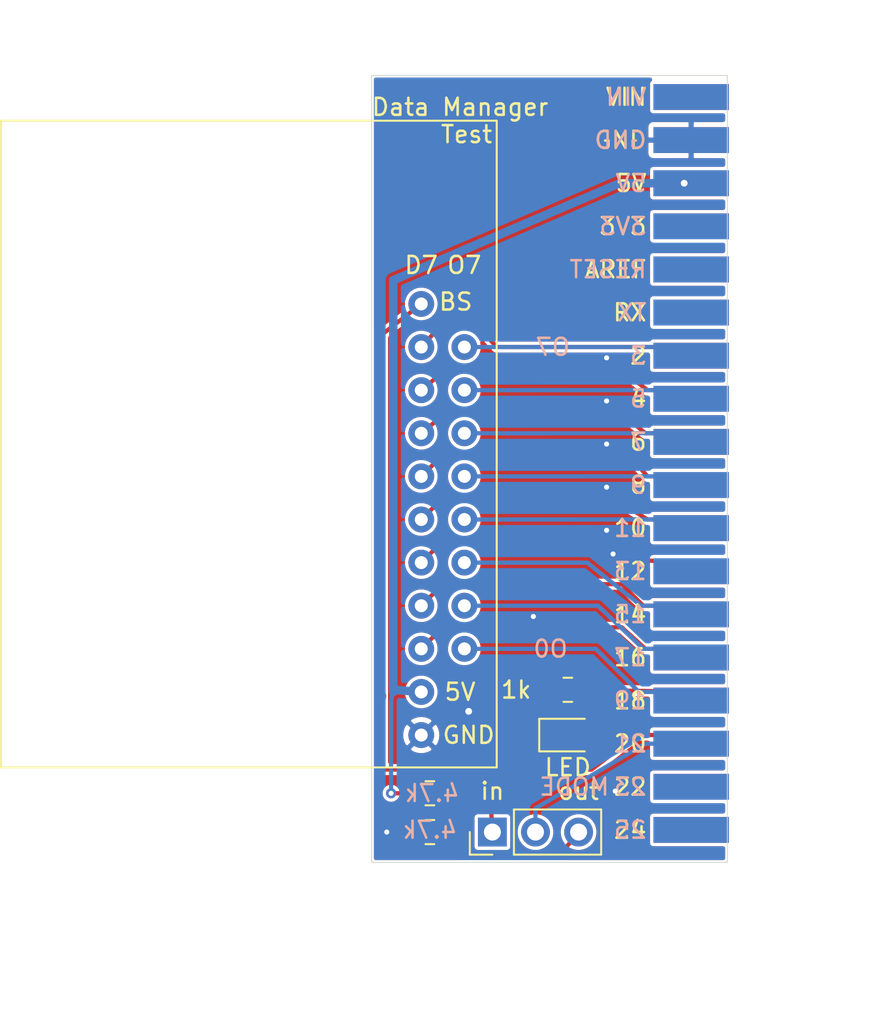
<source format=kicad_pcb>
(kicad_pcb (version 20171130) (host pcbnew 5.1.5+dfsg1-2build2)

  (general
    (thickness 1.6)
    (drawings 12)
    (tracks 86)
    (zones 0)
    (modules 7)
    (nets 38)
  )

  (page A4)
  (layers
    (0 F.Cu signal)
    (31 B.Cu signal)
    (32 B.Adhes user)
    (33 F.Adhes user)
    (34 B.Paste user)
    (35 F.Paste user)
    (36 B.SilkS user)
    (37 F.SilkS user)
    (38 B.Mask user)
    (39 F.Mask user)
    (40 Dwgs.User user)
    (41 Cmts.User user)
    (42 Eco1.User user)
    (43 Eco2.User user)
    (44 Edge.Cuts user)
    (45 Margin user)
    (46 B.CrtYd user)
    (47 F.CrtYd user)
    (48 B.Fab user)
    (49 F.Fab user)
  )

  (setup
    (last_trace_width 0.25)
    (user_trace_width 0.3)
    (user_trace_width 0.5)
    (user_trace_width 0.7)
    (user_trace_width 1)
    (trace_clearance 0.2)
    (zone_clearance 0.1)
    (zone_45_only no)
    (trace_min 0.2)
    (via_size 0.8)
    (via_drill 0.4)
    (via_min_size 0.4)
    (via_min_drill 0.3)
    (user_via 0.6 0.3)
    (uvia_size 0.3)
    (uvia_drill 0.1)
    (uvias_allowed no)
    (uvia_min_size 0.2)
    (uvia_min_drill 0.1)
    (edge_width 0.05)
    (segment_width 0.2)
    (pcb_text_width 0.3)
    (pcb_text_size 1.5 1.5)
    (mod_edge_width 0.12)
    (mod_text_size 1 1)
    (mod_text_width 0.15)
    (pad_size 1.8 3.6)
    (pad_drill 1.2)
    (pad_to_mask_clearance 0.051)
    (solder_mask_min_width 0.25)
    (aux_axis_origin 0 0)
    (grid_origin 78.74 43.2)
    (visible_elements FFFFF77F)
    (pcbplotparams
      (layerselection 0x010fc_ffffffff)
      (usegerberextensions true)
      (usegerberattributes false)
      (usegerberadvancedattributes false)
      (creategerberjobfile false)
      (excludeedgelayer true)
      (linewidth 0.100000)
      (plotframeref false)
      (viasonmask false)
      (mode 1)
      (useauxorigin false)
      (hpglpennumber 1)
      (hpglpenspeed 20)
      (hpglpendiameter 15.000000)
      (psnegative false)
      (psa4output false)
      (plotreference true)
      (plotvalue true)
      (plotinvisibletext false)
      (padsonsilk false)
      (subtractmaskfromsilk true)
      (outputformat 1)
      (mirror false)
      (drillshape 0)
      (scaleselection 1)
      (outputdirectory "gerber/"))
  )

  (net 0 "")
  (net 1 GND)
  (net 2 "Net-(D1-Pad2)")
  (net 3 BS)
  (net 4 D7)
  (net 5 O7)
  (net 6 D6)
  (net 7 O6)
  (net 8 D5)
  (net 9 O5)
  (net 10 D4)
  (net 11 O4)
  (net 12 D3)
  (net 13 O3)
  (net 14 D2)
  (net 15 O2)
  (net 16 D1)
  (net 17 O1)
  (net 18 D0)
  (net 19 O0)
  (net 20 +5V)
  (net 21 "Net-(J2-Pad35)")
  (net 22 "Net-(J2-Pad36)")
  (net 23 "Net-(J2-Pad33)")
  (net 24 "Net-(J2-Pad34)")
  (net 25 LED)
  (net 26 "Net-(J2-Pad23)")
  (net 27 "Net-(J2-Pad12)")
  (net 28 "Net-(J2-Pad10)")
  (net 29 "Net-(J2-Pad8)")
  (net 30 "Net-(J2-Pad2)")
  (net 31 "Net-(J2-Pad9)")
  (net 32 "Net-(J2-Pad11)")
  (net 33 "Net-(J2-Pad7)")
  (net 34 "Net-(J2-Pad1)")
  (net 35 MODE)
  (net 36 "Net-(JP1-Pad3)")
  (net 37 "Net-(JP1-Pad1)")

  (net_class Default "This is the default net class."
    (clearance 0.2)
    (trace_width 0.25)
    (via_dia 0.8)
    (via_drill 0.4)
    (uvia_dia 0.3)
    (uvia_drill 0.1)
    (add_net +5V)
    (add_net BS)
    (add_net D0)
    (add_net D1)
    (add_net D2)
    (add_net D3)
    (add_net D4)
    (add_net D5)
    (add_net D6)
    (add_net D7)
    (add_net GND)
    (add_net LED)
    (add_net MODE)
    (add_net "Net-(D1-Pad2)")
    (add_net "Net-(J2-Pad1)")
    (add_net "Net-(J2-Pad10)")
    (add_net "Net-(J2-Pad11)")
    (add_net "Net-(J2-Pad12)")
    (add_net "Net-(J2-Pad2)")
    (add_net "Net-(J2-Pad23)")
    (add_net "Net-(J2-Pad33)")
    (add_net "Net-(J2-Pad34)")
    (add_net "Net-(J2-Pad35)")
    (add_net "Net-(J2-Pad36)")
    (add_net "Net-(J2-Pad7)")
    (add_net "Net-(J2-Pad8)")
    (add_net "Net-(J2-Pad9)")
    (add_net "Net-(JP1-Pad1)")
    (add_net "Net-(JP1-Pad3)")
    (add_net O0)
    (add_net O1)
    (add_net O2)
    (add_net O3)
    (add_net O4)
    (add_net O5)
    (add_net O6)
    (add_net O7)
  )

  (module Resistor_SMD:R_0805_2012Metric (layer F.Cu) (tedit 5B36C52B) (tstamp 63A51052)
    (at 86.614 148.737)
    (descr "Resistor SMD 0805 (2012 Metric), square (rectangular) end terminal, IPC_7351 nominal, (Body size source: https://docs.google.com/spreadsheets/d/1BsfQQcO9C6DZCsRaXUlFlo91Tg2WpOkGARC1WS5S8t0/edit?usp=sharing), generated with kicad-footprint-generator")
    (tags resistor)
    (path /63A574FE)
    (attr smd)
    (fp_text reference R3 (at 0 -1.65) (layer F.SilkS) hide
      (effects (font (size 1 1) (thickness 0.15)))
    )
    (fp_text value 4.7k (at 0 -0.127) (layer B.SilkS)
      (effects (font (size 1 1) (thickness 0.15)) (justify mirror))
    )
    (fp_text user %R (at 0 0) (layer F.Fab) hide
      (effects (font (size 0.5 0.5) (thickness 0.08)))
    )
    (fp_line (start 1.68 0.95) (end -1.68 0.95) (layer F.CrtYd) (width 0.05))
    (fp_line (start 1.68 -0.95) (end 1.68 0.95) (layer F.CrtYd) (width 0.05))
    (fp_line (start -1.68 -0.95) (end 1.68 -0.95) (layer F.CrtYd) (width 0.05))
    (fp_line (start -1.68 0.95) (end -1.68 -0.95) (layer F.CrtYd) (width 0.05))
    (fp_line (start -0.258578 0.71) (end 0.258578 0.71) (layer F.SilkS) (width 0.12))
    (fp_line (start -0.258578 -0.71) (end 0.258578 -0.71) (layer F.SilkS) (width 0.12))
    (fp_line (start 1 0.6) (end -1 0.6) (layer F.Fab) (width 0.1))
    (fp_line (start 1 -0.6) (end 1 0.6) (layer F.Fab) (width 0.1))
    (fp_line (start -1 -0.6) (end 1 -0.6) (layer F.Fab) (width 0.1))
    (fp_line (start -1 0.6) (end -1 -0.6) (layer F.Fab) (width 0.1))
    (pad 2 smd roundrect (at 0.9375 0) (size 0.975 1.4) (layers F.Cu F.Paste F.Mask) (roundrect_rratio 0.25)
      (net 36 "Net-(JP1-Pad3)"))
    (pad 1 smd roundrect (at -0.9375 0) (size 0.975 1.4) (layers F.Cu F.Paste F.Mask) (roundrect_rratio 0.25)
      (net 1 GND))
    (model ${KISYS3DMOD}/Resistor_SMD.3dshapes/R_0805_2012Metric.wrl
      (at (xyz 0 0 0))
      (scale (xyz 1 1 1))
      (rotate (xyz 0 0 0))
    )
  )

  (module Resistor_SMD:R_0805_2012Metric (layer F.Cu) (tedit 5B36C52B) (tstamp 63A51041)
    (at 86.614 146.451 180)
    (descr "Resistor SMD 0805 (2012 Metric), square (rectangular) end terminal, IPC_7351 nominal, (Body size source: https://docs.google.com/spreadsheets/d/1BsfQQcO9C6DZCsRaXUlFlo91Tg2WpOkGARC1WS5S8t0/edit?usp=sharing), generated with kicad-footprint-generator")
    (tags resistor)
    (path /63A57D75)
    (attr smd)
    (fp_text reference R2 (at 0 -1.65) (layer F.SilkS) hide
      (effects (font (size 1 1) (thickness 0.15)))
    )
    (fp_text value 4.7k (at -0.127 0) (layer B.SilkS)
      (effects (font (size 1 1) (thickness 0.15)) (justify mirror))
    )
    (fp_text user %R (at 0 0) (layer F.Fab) hide
      (effects (font (size 0.5 0.5) (thickness 0.08)))
    )
    (fp_line (start 1.68 0.95) (end -1.68 0.95) (layer F.CrtYd) (width 0.05))
    (fp_line (start 1.68 -0.95) (end 1.68 0.95) (layer F.CrtYd) (width 0.05))
    (fp_line (start -1.68 -0.95) (end 1.68 -0.95) (layer F.CrtYd) (width 0.05))
    (fp_line (start -1.68 0.95) (end -1.68 -0.95) (layer F.CrtYd) (width 0.05))
    (fp_line (start -0.258578 0.71) (end 0.258578 0.71) (layer F.SilkS) (width 0.12))
    (fp_line (start -0.258578 -0.71) (end 0.258578 -0.71) (layer F.SilkS) (width 0.12))
    (fp_line (start 1 0.6) (end -1 0.6) (layer F.Fab) (width 0.1))
    (fp_line (start 1 -0.6) (end 1 0.6) (layer F.Fab) (width 0.1))
    (fp_line (start -1 -0.6) (end 1 -0.6) (layer F.Fab) (width 0.1))
    (fp_line (start -1 0.6) (end -1 -0.6) (layer F.Fab) (width 0.1))
    (pad 2 smd roundrect (at 0.9375 0 180) (size 0.975 1.4) (layers F.Cu F.Paste F.Mask) (roundrect_rratio 0.25)
      (net 20 +5V))
    (pad 1 smd roundrect (at -0.9375 0 180) (size 0.975 1.4) (layers F.Cu F.Paste F.Mask) (roundrect_rratio 0.25)
      (net 37 "Net-(JP1-Pad1)"))
    (model ${KISYS3DMOD}/Resistor_SMD.3dshapes/R_0805_2012Metric.wrl
      (at (xyz 0 0 0))
      (scale (xyz 1 1 1))
      (rotate (xyz 0 0 0))
    )
  )

  (module Connector_PinHeader_2.54mm:PinHeader_1x03_P2.54mm_Vertical (layer F.Cu) (tedit 59FED5CC) (tstamp 63A51010)
    (at 90.297 148.737 90)
    (descr "Through hole straight pin header, 1x03, 2.54mm pitch, single row")
    (tags "Through hole pin header THT 1x03 2.54mm single row")
    (path /63A5422D)
    (fp_text reference JP1 (at 0 -2.33 90) (layer F.SilkS) hide
      (effects (font (size 1 1) (thickness 0.15)))
    )
    (fp_text value Jumper_3_Open (at 0 7.41 90) (layer F.Fab) hide
      (effects (font (size 1 1) (thickness 0.15)))
    )
    (fp_text user %R (at 0 2.54) (layer F.Fab) hide
      (effects (font (size 1 1) (thickness 0.15)))
    )
    (fp_line (start 1.8 -1.8) (end -1.8 -1.8) (layer F.CrtYd) (width 0.05))
    (fp_line (start 1.8 6.85) (end 1.8 -1.8) (layer F.CrtYd) (width 0.05))
    (fp_line (start -1.8 6.85) (end 1.8 6.85) (layer F.CrtYd) (width 0.05))
    (fp_line (start -1.8 -1.8) (end -1.8 6.85) (layer F.CrtYd) (width 0.05))
    (fp_line (start -1.33 -1.33) (end 0 -1.33) (layer F.SilkS) (width 0.12))
    (fp_line (start -1.33 0) (end -1.33 -1.33) (layer F.SilkS) (width 0.12))
    (fp_line (start -1.33 1.27) (end 1.33 1.27) (layer F.SilkS) (width 0.12))
    (fp_line (start 1.33 1.27) (end 1.33 6.41) (layer F.SilkS) (width 0.12))
    (fp_line (start -1.33 1.27) (end -1.33 6.41) (layer F.SilkS) (width 0.12))
    (fp_line (start -1.33 6.41) (end 1.33 6.41) (layer F.SilkS) (width 0.12))
    (fp_line (start -1.27 -0.635) (end -0.635 -1.27) (layer F.Fab) (width 0.1))
    (fp_line (start -1.27 6.35) (end -1.27 -0.635) (layer F.Fab) (width 0.1))
    (fp_line (start 1.27 6.35) (end -1.27 6.35) (layer F.Fab) (width 0.1))
    (fp_line (start 1.27 -1.27) (end 1.27 6.35) (layer F.Fab) (width 0.1))
    (fp_line (start -0.635 -1.27) (end 1.27 -1.27) (layer F.Fab) (width 0.1))
    (fp_text user in (at 2.413 0 180) (layer F.SilkS)
      (effects (font (size 1 1) (thickness 0.15)))
    )
    (fp_text user out (at 2.413 5.08 180) (layer F.SilkS)
      (effects (font (size 1 1) (thickness 0.15)))
    )
    (fp_text user MODE (at 2.667 4.826 180) (layer B.SilkS)
      (effects (font (size 1 1) (thickness 0.15)) (justify mirror))
    )
    (pad 3 thru_hole oval (at 0 5.08 90) (size 1.7 1.7) (drill 1) (layers *.Cu *.Mask)
      (net 36 "Net-(JP1-Pad3)"))
    (pad 2 thru_hole oval (at 0 2.54 90) (size 1.7 1.7) (drill 1) (layers *.Cu *.Mask)
      (net 35 MODE))
    (pad 1 thru_hole rect (at 0 0 90) (size 1.7 1.7) (drill 1) (layers *.Cu *.Mask)
      (net 37 "Net-(JP1-Pad1)"))
    (model ${KISYS3DMOD}/Connector_PinHeader_2.54mm.3dshapes/PinHeader_1x03_P2.54mm_Vertical.wrl
      (at (xyz 0 0 0))
      (scale (xyz 1 1 1))
      (rotate (xyz 0 0 0))
    )
  )

  (module plc88:data_manager_i (layer F.Cu) (tedit 6394BF2B) (tstamp 63A4FA83)
    (at 83.566 145.562 180)
    (path /63A50549)
    (fp_text reference J1 (at 0 -1.905) (layer F.SilkS) hide
      (effects (font (size 1 1) (thickness 0.15)))
    )
    (fp_text value data_manager_i (at 0 -4.445) (layer F.Fab) hide
      (effects (font (size 1 1) (thickness 0.15)))
    )
    (fp_line (start -6.985 38.735) (end -6.985 0.635) (layer F.SilkS) (width 0.12))
    (fp_line (start 22.225 38.735) (end -6.985 38.735) (layer F.SilkS) (width 0.12))
    (fp_line (start 22.225 0.635) (end 22.225 38.735) (layer F.SilkS) (width 0.12))
    (fp_line (start -6.985 0.635) (end 22.225 0.635) (layer F.SilkS) (width 0.12))
    (pad 19 thru_hole circle (at -2.54 27.94 180) (size 1.524 1.524) (drill 0.762) (layers *.Cu *.Mask)
      (net 3 BS))
    (pad 18 thru_hole circle (at -2.54 5.08 180) (size 1.524 1.524) (drill 0.762) (layers *.Cu *.Mask)
      (net 20 +5V))
    (pad 17 thru_hole circle (at -2.54 2.54 180) (size 1.524 1.524) (drill 0.762) (layers *.Cu *.Mask)
      (net 1 GND))
    (pad 16 thru_hole circle (at -2.54 25.4 180) (size 1.524 1.524) (drill 0.762) (layers *.Cu *.Mask)
      (net 4 D7))
    (pad 15 thru_hole circle (at -5.08 25.4 180) (size 1.524 1.524) (drill 0.762) (layers *.Cu *.Mask)
      (net 5 O7))
    (pad 14 thru_hole circle (at -2.54 22.86 180) (size 1.524 1.524) (drill 0.762) (layers *.Cu *.Mask)
      (net 6 D6))
    (pad 13 thru_hole circle (at -5.08 22.86 180) (size 1.524 1.524) (drill 0.762) (layers *.Cu *.Mask)
      (net 7 O6))
    (pad 12 thru_hole circle (at -2.54 20.32 180) (size 1.524 1.524) (drill 0.762) (layers *.Cu *.Mask)
      (net 8 D5))
    (pad 11 thru_hole circle (at -5.08 20.32 180) (size 1.524 1.524) (drill 0.762) (layers *.Cu *.Mask)
      (net 9 O5))
    (pad 10 thru_hole circle (at -2.54 17.78 180) (size 1.524 1.524) (drill 0.762) (layers *.Cu *.Mask)
      (net 10 D4))
    (pad 9 thru_hole circle (at -5.08 17.78 180) (size 1.524 1.524) (drill 0.762) (layers *.Cu *.Mask)
      (net 11 O4))
    (pad 8 thru_hole circle (at -2.54 15.24 180) (size 1.524 1.524) (drill 0.762) (layers *.Cu *.Mask)
      (net 12 D3))
    (pad 7 thru_hole circle (at -5.08 15.24 180) (size 1.524 1.524) (drill 0.762) (layers *.Cu *.Mask)
      (net 13 O3))
    (pad 6 thru_hole circle (at -2.54 12.7 180) (size 1.524 1.524) (drill 0.762) (layers *.Cu *.Mask)
      (net 14 D2))
    (pad 5 thru_hole circle (at -5.08 12.7 180) (size 1.524 1.524) (drill 0.762) (layers *.Cu *.Mask)
      (net 15 O2))
    (pad 4 thru_hole circle (at -2.54 10.16 180) (size 1.524 1.524) (drill 0.762) (layers *.Cu *.Mask)
      (net 16 D1))
    (pad 3 thru_hole circle (at -5.08 10.16 180) (size 1.524 1.524) (drill 0.762) (layers *.Cu *.Mask)
      (net 17 O1))
    (pad 2 thru_hole circle (at -2.54 7.62 180) (size 1.524 1.524) (drill 0.762) (layers *.Cu *.Mask)
      (net 18 D0))
    (pad 1 thru_hole circle (at -5.08 7.62 180) (size 1.524 1.524) (drill 0.762) (layers *.Cu *.Mask)
      (net 19 O0))
  )

  (module Resistor_SMD:R_0805_2012Metric (layer F.Cu) (tedit 5B36C52B) (tstamp 6396894D)
    (at 94.742 140.355)
    (descr "Resistor SMD 0805 (2012 Metric), square (rectangular) end terminal, IPC_7351 nominal, (Body size source: https://docs.google.com/spreadsheets/d/1BsfQQcO9C6DZCsRaXUlFlo91Tg2WpOkGARC1WS5S8t0/edit?usp=sharing), generated with kicad-footprint-generator")
    (tags resistor)
    (path /6398C233)
    (attr smd)
    (fp_text reference R1 (at 0 -1.65) (layer F.SilkS) hide
      (effects (font (size 1 1) (thickness 0.15)))
    )
    (fp_text value 1k (at -3.048 0) (layer F.SilkS)
      (effects (font (size 1 1) (thickness 0.15)))
    )
    (fp_text user %R (at 0 0) (layer F.Fab) hide
      (effects (font (size 0.5 0.5) (thickness 0.08)))
    )
    (fp_line (start 1.68 0.95) (end -1.68 0.95) (layer F.CrtYd) (width 0.05))
    (fp_line (start 1.68 -0.95) (end 1.68 0.95) (layer F.CrtYd) (width 0.05))
    (fp_line (start -1.68 -0.95) (end 1.68 -0.95) (layer F.CrtYd) (width 0.05))
    (fp_line (start -1.68 0.95) (end -1.68 -0.95) (layer F.CrtYd) (width 0.05))
    (fp_line (start -0.258578 0.71) (end 0.258578 0.71) (layer F.SilkS) (width 0.12))
    (fp_line (start -0.258578 -0.71) (end 0.258578 -0.71) (layer F.SilkS) (width 0.12))
    (fp_line (start 1 0.6) (end -1 0.6) (layer F.Fab) (width 0.1))
    (fp_line (start 1 -0.6) (end 1 0.6) (layer F.Fab) (width 0.1))
    (fp_line (start -1 -0.6) (end 1 -0.6) (layer F.Fab) (width 0.1))
    (fp_line (start -1 0.6) (end -1 -0.6) (layer F.Fab) (width 0.1))
    (pad 2 smd roundrect (at 0.9375 0) (size 0.975 1.4) (layers F.Cu F.Paste F.Mask) (roundrect_rratio 0.25)
      (net 25 LED))
    (pad 1 smd roundrect (at -0.9375 0) (size 0.975 1.4) (layers F.Cu F.Paste F.Mask) (roundrect_rratio 0.25)
      (net 2 "Net-(D1-Pad2)"))
    (model ${KISYS3DMOD}/Resistor_SMD.3dshapes/R_0805_2012Metric.wrl
      (at (xyz 0 0 0))
      (scale (xyz 1 1 1))
      (rotate (xyz 0 0 0))
    )
  )

  (module plc88:arduino_mega_pro_2x18_edge (layer F.Cu) (tedit 63961F0E) (tstamp 6396893C)
    (at 102.010499 105.43)
    (path /639758E3)
    (attr smd)
    (fp_text reference J2 (at 0 -1.905) (layer F.SilkS) hide
      (effects (font (size 1 1) (thickness 0.15)))
    )
    (fp_text value "arduino mega pro" (at 0 -3.81) (layer F.SilkS) hide
      (effects (font (size 1 1) (thickness 0.15)))
    )
    (fp_text user 25 (at -2.54 43.18) (layer B.SilkS)
      (effects (font (size 1 1) (thickness 0.15)) (justify left mirror))
    )
    (fp_text user 24 (at -2.54 43.18) (layer F.SilkS)
      (effects (font (size 1 1) (thickness 0.15)) (justify right))
    )
    (fp_text user 23 (at -2.54 40.64) (layer B.SilkS)
      (effects (font (size 1 1) (thickness 0.15)) (justify left mirror))
    )
    (fp_text user 22 (at -2.54 40.64) (layer F.SilkS)
      (effects (font (size 1 1) (thickness 0.15)) (justify right))
    )
    (fp_text user 21 (at -2.54 38.1) (layer B.SilkS)
      (effects (font (size 1 1) (thickness 0.15)) (justify left mirror))
    )
    (fp_text user 20 (at -2.54 38.1) (layer F.SilkS)
      (effects (font (size 1 1) (thickness 0.15)) (justify right))
    )
    (fp_text user 19 (at -2.54 35.56) (layer B.SilkS)
      (effects (font (size 1 1) (thickness 0.15)) (justify left mirror))
    )
    (fp_text user 18 (at -2.54 35.56) (layer F.SilkS)
      (effects (font (size 1 1) (thickness 0.15)) (justify right))
    )
    (fp_text user 12 (at -2.54 27.94) (layer F.SilkS)
      (effects (font (size 1 1) (thickness 0.15)) (justify right))
    )
    (fp_text user 13 (at -2.54 27.94) (layer B.SilkS)
      (effects (font (size 1 1) (thickness 0.15)) (justify left mirror))
    )
    (fp_text user VIN (at -2.54 0) (layer B.SilkS)
      (effects (font (size 1 1) (thickness 0.15)) (justify left mirror))
    )
    (fp_text user GND (at -2.54 2.54) (layer B.SilkS)
      (effects (font (size 1 1) (thickness 0.15)) (justify left mirror))
    )
    (fp_text user 17 (at -2.54 33.02) (layer B.SilkS)
      (effects (font (size 1 1) (thickness 0.15)) (justify left mirror))
    )
    (fp_text user 15 (at -2.54 30.48) (layer B.SilkS)
      (effects (font (size 1 1) (thickness 0.15)) (justify left mirror))
    )
    (fp_text user 11 (at -2.54 25.4) (layer B.SilkS)
      (effects (font (size 1 1) (thickness 0.15)) (justify left mirror))
    )
    (fp_text user 9 (at -2.54 22.86) (layer B.SilkS)
      (effects (font (size 1 1) (thickness 0.15)) (justify left mirror))
    )
    (fp_text user 7 (at -2.54 20.32) (layer B.SilkS)
      (effects (font (size 1 1) (thickness 0.15)) (justify left mirror))
    )
    (fp_text user 5 (at -2.54 17.78) (layer B.SilkS)
      (effects (font (size 1 1) (thickness 0.15)) (justify left mirror))
    )
    (fp_text user 3 (at -2.54 15.24) (layer B.SilkS)
      (effects (font (size 1 1) (thickness 0.15)) (justify left mirror))
    )
    (fp_text user TX (at -2.54 12.7) (layer B.SilkS)
      (effects (font (size 1 1) (thickness 0.15)) (justify left mirror))
    )
    (fp_text user RESET (at -2.54 10.16) (layer B.SilkS)
      (effects (font (size 1 1) (thickness 0.15)) (justify left mirror))
    )
    (fp_text user 3V3 (at -2.54 7.62) (layer B.SilkS)
      (effects (font (size 1 1) (thickness 0.15)) (justify left mirror))
    )
    (fp_text user 5V (at -2.54 5.08) (layer B.SilkS)
      (effects (font (size 1 1) (thickness 0.15)) (justify left mirror))
    )
    (fp_text user 8 (at -2.54 22.86) (layer F.SilkS)
      (effects (font (size 1 1) (thickness 0.15)) (justify right))
    )
    (fp_text user 10 (at -2.54 25.4) (layer F.SilkS)
      (effects (font (size 1 1) (thickness 0.15)) (justify right))
    )
    (fp_text user 14 (at -2.54 30.48) (layer F.SilkS)
      (effects (font (size 1 1) (thickness 0.15)) (justify right))
    )
    (fp_text user 16 (at -2.54 33.02) (layer F.SilkS)
      (effects (font (size 1 1) (thickness 0.15)) (justify right))
    )
    (fp_text user 6 (at -2.54 20.32) (layer F.SilkS)
      (effects (font (size 1 1) (thickness 0.15)) (justify right))
    )
    (fp_text user 4 (at -2.54 17.78) (layer F.SilkS)
      (effects (font (size 1 1) (thickness 0.15)) (justify right))
    )
    (fp_text user 2 (at -2.54 15.24) (layer F.SilkS)
      (effects (font (size 1 1) (thickness 0.15)) (justify right))
    )
    (fp_text user RX (at -2.54 12.7) (layer F.SilkS)
      (effects (font (size 1 1) (thickness 0.15)) (justify right))
    )
    (fp_text user AREF (at -2.54 10.16) (layer F.SilkS)
      (effects (font (size 1 1) (thickness 0.15)) (justify right))
    )
    (fp_text user 3V3 (at -2.54 7.62) (layer F.SilkS)
      (effects (font (size 1 1) (thickness 0.15)) (justify right))
    )
    (fp_text user 5V (at -2.54 5.08) (layer F.SilkS)
      (effects (font (size 1 1) (thickness 0.15)) (justify right))
    )
    (fp_text user GND (at -2.54 2.54) (layer F.SilkS)
      (effects (font (size 1 1) (thickness 0.15)) (justify right))
    )
    (fp_text user VIN (at -2.54 0) (layer F.SilkS)
      (effects (font (size 1 1) (thickness 0.15)) (justify right))
    )
    (fp_text user %P (at 0 -6.35) (layer F.Fab) hide
      (effects (font (size 1 1) (thickness 0.15)))
    )
    (pad 35 smd rect (at 0 43.18) (size 4.445 1.524) (layers B.Cu B.Paste B.Mask)
      (net 21 "Net-(J2-Pad35)"))
    (pad 36 smd rect (at 0 43.18) (size 4.445 1.524) (layers F.Cu F.Paste F.Mask)
      (net 22 "Net-(J2-Pad36)"))
    (pad 33 smd rect (at 0 40.64) (size 4.445 1.524) (layers B.Cu B.Paste B.Mask)
      (net 23 "Net-(J2-Pad33)"))
    (pad 34 smd rect (at 0 40.64) (size 4.445 1.524) (layers F.Cu F.Paste F.Mask)
      (net 24 "Net-(J2-Pad34)"))
    (pad 31 smd rect (at 0 38.1) (size 4.445 1.524) (layers B.Cu B.Paste B.Mask)
      (net 35 MODE))
    (pad 32 smd rect (at 0 38.1) (size 4.445 1.524) (layers F.Cu F.Paste F.Mask)
      (net 3 BS))
    (pad 29 smd rect (at 0 35.56) (size 4.445 1.524) (layers B.Cu B.Paste B.Mask)
      (net 19 O0))
    (pad 30 smd rect (at 0 35.56) (size 4.445 1.524) (layers F.Cu F.Paste F.Mask)
      (net 25 LED))
    (pad 24 smd rect (at 0 27.94) (size 4.445 1.524) (layers F.Cu F.Paste F.Mask)
      (net 14 D2))
    (pad 23 smd rect (at 0 27.94) (size 4.445 1.524) (layers B.Cu B.Paste B.Mask)
      (net 26 "Net-(J2-Pad23)"))
    (pad 28 smd rect (at 0 33.02) (size 4.445 1.524) (layers F.Cu F.Paste F.Mask)
      (net 18 D0))
    (pad 26 smd rect (at 0 30.48) (size 4.445 1.524) (layers F.Cu F.Paste F.Mask)
      (net 16 D1))
    (pad 22 smd rect (at 0 25.4) (size 4.445 1.524) (layers F.Cu F.Paste F.Mask)
      (net 12 D3))
    (pad 20 smd rect (at 0 22.86) (size 4.445 1.524) (layers F.Cu F.Paste F.Mask)
      (net 10 D4))
    (pad 18 smd rect (at 0 20.32) (size 4.445 1.524) (layers F.Cu F.Paste F.Mask)
      (net 8 D5))
    (pad 16 smd rect (at 0 17.78) (size 4.445 1.524) (layers F.Cu F.Paste F.Mask)
      (net 6 D6))
    (pad 14 smd rect (at 0 15.24) (size 4.445 1.524) (layers F.Cu F.Paste F.Mask)
      (net 4 D7))
    (pad 12 smd rect (at 0 12.7) (size 4.445 1.524) (layers F.Cu F.Paste F.Mask)
      (net 27 "Net-(J2-Pad12)"))
    (pad 10 smd rect (at 0 10.16) (size 4.445 1.524) (layers F.Cu F.Paste F.Mask)
      (net 28 "Net-(J2-Pad10)"))
    (pad 8 smd rect (at 0 7.62) (size 4.445 1.524) (layers F.Cu F.Paste F.Mask)
      (net 29 "Net-(J2-Pad8)"))
    (pad 6 smd rect (at 0 5.08) (size 4.445 1.524) (layers F.Cu F.Paste F.Mask)
      (net 20 +5V))
    (pad 4 smd rect (at 0 2.54) (size 4.445 1.524) (layers F.Cu F.Paste F.Mask)
      (net 1 GND))
    (pad 2 smd rect (at 0 0) (size 4.445 1.524) (layers F.Cu F.Paste F.Mask)
      (net 30 "Net-(J2-Pad2)"))
    (pad 9 smd rect (at 0 10.16) (size 4.445 1.524) (layers B.Cu B.Paste B.Mask)
      (net 31 "Net-(J2-Pad9)"))
    (pad 27 smd rect (at 0 33.02) (size 4.445 1.524) (layers B.Cu B.Paste B.Mask)
      (net 17 O1))
    (pad 25 smd rect (at 0 30.48) (size 4.445 1.524) (layers B.Cu B.Paste B.Mask)
      (net 15 O2))
    (pad 21 smd rect (at 0 25.4) (size 4.445 1.524) (layers B.Cu B.Paste B.Mask)
      (net 13 O3))
    (pad 19 smd rect (at 0 22.86) (size 4.445 1.524) (layers B.Cu B.Paste B.Mask)
      (net 11 O4))
    (pad 17 smd rect (at 0 20.32) (size 4.445 1.524) (layers B.Cu B.Paste B.Mask)
      (net 9 O5))
    (pad 15 smd rect (at 0 17.78) (size 4.445 1.524) (layers B.Cu B.Paste B.Mask)
      (net 7 O6))
    (pad 13 smd rect (at 0 15.24) (size 4.445 1.524) (layers B.Cu B.Paste B.Mask)
      (net 5 O7))
    (pad 11 smd rect (at 0 12.7) (size 4.445 1.524) (layers B.Cu B.Paste B.Mask)
      (net 32 "Net-(J2-Pad11)"))
    (pad 7 smd rect (at 0 7.62) (size 4.445 1.524) (layers B.Cu B.Paste B.Mask)
      (net 33 "Net-(J2-Pad7)"))
    (pad 5 smd rect (at 0 5.08) (size 4.445 1.524) (layers B.Cu B.Paste B.Mask)
      (net 20 +5V))
    (pad 3 smd rect (at 0 2.54) (size 4.445 1.524) (layers B.Cu B.Paste B.Mask)
      (net 1 GND))
    (pad 1 smd rect (at 0 0) (size 4.445 1.524) (layers B.Cu B.Paste B.Mask)
      (net 34 "Net-(J2-Pad1)"))
  )

  (module LED_SMD:LED_0805_2012Metric (layer F.Cu) (tedit 5B36C52C) (tstamp 639688C3)
    (at 94.742 143.022)
    (descr "LED SMD 0805 (2012 Metric), square (rectangular) end terminal, IPC_7351 nominal, (Body size source: https://docs.google.com/spreadsheets/d/1BsfQQcO9C6DZCsRaXUlFlo91Tg2WpOkGARC1WS5S8t0/edit?usp=sharing), generated with kicad-footprint-generator")
    (tags diode)
    (path /6398AD15)
    (attr smd)
    (fp_text reference D1 (at 0 -1.65) (layer F.SilkS) hide
      (effects (font (size 1 1) (thickness 0.15)))
    )
    (fp_text value LED (at 0 1.905) (layer F.SilkS)
      (effects (font (size 1 1) (thickness 0.15)))
    )
    (fp_text user %R (at 0 0) (layer F.Fab) hide
      (effects (font (size 0.5 0.5) (thickness 0.08)))
    )
    (fp_line (start 1.68 0.95) (end -1.68 0.95) (layer F.CrtYd) (width 0.05))
    (fp_line (start 1.68 -0.95) (end 1.68 0.95) (layer F.CrtYd) (width 0.05))
    (fp_line (start -1.68 -0.95) (end 1.68 -0.95) (layer F.CrtYd) (width 0.05))
    (fp_line (start -1.68 0.95) (end -1.68 -0.95) (layer F.CrtYd) (width 0.05))
    (fp_line (start -1.685 0.96) (end 1 0.96) (layer F.SilkS) (width 0.12))
    (fp_line (start -1.685 -0.96) (end -1.685 0.96) (layer F.SilkS) (width 0.12))
    (fp_line (start 1 -0.96) (end -1.685 -0.96) (layer F.SilkS) (width 0.12))
    (fp_line (start 1 0.6) (end 1 -0.6) (layer F.Fab) (width 0.1))
    (fp_line (start -1 0.6) (end 1 0.6) (layer F.Fab) (width 0.1))
    (fp_line (start -1 -0.3) (end -1 0.6) (layer F.Fab) (width 0.1))
    (fp_line (start -0.7 -0.6) (end -1 -0.3) (layer F.Fab) (width 0.1))
    (fp_line (start 1 -0.6) (end -0.7 -0.6) (layer F.Fab) (width 0.1))
    (pad 2 smd roundrect (at 0.9375 0) (size 0.975 1.4) (layers F.Cu F.Paste F.Mask) (roundrect_rratio 0.25)
      (net 2 "Net-(D1-Pad2)"))
    (pad 1 smd roundrect (at -0.9375 0) (size 0.975 1.4) (layers F.Cu F.Paste F.Mask) (roundrect_rratio 0.25)
      (net 1 GND))
    (model ${KISYS3DMOD}/LED_SMD.3dshapes/LED_0805_2012Metric.wrl
      (at (xyz 0 0 0))
      (scale (xyz 1 1 1))
      (rotate (xyz 0 0 0))
    )
  )

  (gr_text "Data Manager \nTest" (at 88.773 106.827) (layer F.SilkS)
    (effects (font (size 1 1) (thickness 0.15)))
  )
  (gr_text O0 (at 93.726 137.942) (layer B.SilkS)
    (effects (font (size 1 1) (thickness 0.15)) (justify mirror))
  )
  (gr_text O7 (at 93.853 120.162) (layer B.SilkS)
    (effects (font (size 1 1) (thickness 0.15)) (justify mirror))
  )
  (gr_text O7 (at 88.646 115.336) (layer F.SilkS)
    (effects (font (size 1 1) (thickness 0.15)))
  )
  (gr_text D7 (at 86.106 115.336) (layer F.SilkS)
    (effects (font (size 1 1) (thickness 0.15)))
  )
  (gr_text BS (at 88.138 117.495) (layer F.SilkS)
    (effects (font (size 1 1) (thickness 0.15)))
  )
  (gr_text GND (at 88.9 143.022) (layer F.SilkS)
    (effects (font (size 1 1) (thickness 0.15)))
  )
  (gr_text 5V (at 88.392 140.482) (layer F.SilkS)
    (effects (font (size 1 1) (thickness 0.15)))
  )
  (gr_line (start 83.185 150.515) (end 104.14 150.515) (layer Edge.Cuts) (width 0.05) (tstamp 63969768))
  (gr_line (start 83.185 104.16) (end 83.185 150.515) (layer Edge.Cuts) (width 0.05))
  (gr_line (start 104.14 104.16) (end 83.185 104.16) (layer Edge.Cuts) (width 0.05))
  (gr_line (start 104.14 150.515) (end 104.14 104.16) (layer Edge.Cuts) (width 0.05))

  (via (at 88.9 141.625) (size 0.8) (drill 0.4) (layers F.Cu B.Cu) (net 1))
  (via (at 92.71 136.037) (size 0.6) (drill 0.3) (layers F.Cu B.Cu) (net 1))
  (via (at 97.409 132.354) (size 0.6) (drill 0.3) (layers F.Cu B.Cu) (net 1))
  (via (at 97.028 130.957) (size 0.6) (drill 0.3) (layers F.Cu B.Cu) (net 1))
  (via (at 97.028 128.417) (size 0.6) (drill 0.3) (layers F.Cu B.Cu) (net 1))
  (via (at 97.028 125.877) (size 0.6) (drill 0.3) (layers F.Cu B.Cu) (net 1))
  (via (at 97.028 123.337) (size 0.6) (drill 0.3) (layers F.Cu B.Cu) (net 1))
  (via (at 97.028 120.797) (size 0.6) (drill 0.3) (layers F.Cu B.Cu) (net 1))
  (via (at 97.536 146.324) (size 0.6) (drill 0.3) (layers F.Cu B.Cu) (net 1))
  (via (at 84.074 148.737) (size 0.6) (drill 0.3) (layers F.Cu B.Cu) (net 1))
  (segment (start 95.6795 143.022) (end 95.631 141.879) (width 0.25) (layer F.Cu) (net 2))
  (segment (start 95.631 141.879) (end 93.853 141.498) (width 0.25) (layer F.Cu) (net 2))
  (segment (start 93.853 141.498) (end 93.8045 140.355) (width 0.25) (layer F.Cu) (net 2))
  (segment (start 83.82 119.4) (end 86.106 117.622) (width 0.25) (layer F.Cu) (net 3))
  (segment (start 83.82 145.054) (end 83.82 119.4) (width 0.25) (layer F.Cu) (net 3))
  (segment (start 96.139 145.054) (end 83.82 145.054) (width 0.25) (layer F.Cu) (net 3))
  (segment (start 98.806 143.022) (end 96.139 145.054) (width 0.25) (layer F.Cu) (net 3))
  (segment (start 102.010499 143.017999) (end 98.806 143.022) (width 0.25) (layer F.Cu) (net 3))
  (segment (start 102.010499 120.157999) (end 90.551 120.162) (width 0.25) (layer F.Cu) (net 4))
  (segment (start 90.551 120.162) (end 89.281 118.765) (width 0.25) (layer F.Cu) (net 4))
  (segment (start 89.281 118.765) (end 87.376 118.765) (width 0.25) (layer F.Cu) (net 4))
  (segment (start 87.376 118.765) (end 86.106 120.162) (width 0.25) (layer F.Cu) (net 4))
  (segment (start 88.646 120.162) (end 101.6 120.15873) (width 0.25) (layer B.Cu) (net 5))
  (segment (start 86.106 122.702) (end 87.63 121.432) (width 0.25) (layer F.Cu) (net 6))
  (segment (start 87.63 121.432) (end 97.79 121.432) (width 0.25) (layer F.Cu) (net 6))
  (segment (start 97.79 121.432) (end 99.441 122.702) (width 0.25) (layer F.Cu) (net 6))
  (segment (start 99.441 122.702) (end 102.010499 122.697999) (width 0.25) (layer F.Cu) (net 6))
  (segment (start 88.646 122.702) (end 102.010499 122.697999) (width 0.25) (layer B.Cu) (net 7))
  (segment (start 86.106 125.242) (end 87.63 123.972) (width 0.25) (layer F.Cu) (net 8))
  (segment (start 87.63 123.972) (end 97.79 123.972) (width 0.25) (layer F.Cu) (net 8))
  (segment (start 97.79 123.972) (end 99.314 125.242) (width 0.25) (layer F.Cu) (net 8))
  (segment (start 99.314 125.242) (end 102.010499 125.237999) (width 0.25) (layer F.Cu) (net 8))
  (segment (start 88.646 125.242) (end 102.010499 125.237999) (width 0.25) (layer B.Cu) (net 9))
  (segment (start 86.106 127.782) (end 87.376 126.512) (width 0.25) (layer F.Cu) (net 10))
  (segment (start 87.376 126.512) (end 98.425 126.639) (width 0.25) (layer F.Cu) (net 10))
  (segment (start 98.425 126.639) (end 99.441 127.782) (width 0.25) (layer F.Cu) (net 10))
  (segment (start 99.441 127.782) (end 102.010499 127.777999) (width 0.25) (layer F.Cu) (net 10))
  (segment (start 88.646 127.782) (end 102.010499 127.777999) (width 0.25) (layer B.Cu) (net 11))
  (segment (start 86.106 130.322) (end 87.376 129.052) (width 0.25) (layer F.Cu) (net 12))
  (segment (start 87.376 129.052) (end 97.409 129.052) (width 0.25) (layer F.Cu) (net 12))
  (segment (start 97.409 129.052) (end 99.441 130.322) (width 0.25) (layer F.Cu) (net 12))
  (segment (start 99.441 130.322) (end 102.010499 130.317999) (width 0.25) (layer F.Cu) (net 12))
  (segment (start 102.010499 130.317999) (end 88.646 130.322) (width 0.25) (layer B.Cu) (net 13))
  (segment (start 86.106 132.862) (end 87.376 131.592) (width 0.25) (layer F.Cu) (net 14))
  (segment (start 87.376 131.592) (end 98.171 131.592) (width 0.25) (layer F.Cu) (net 14))
  (segment (start 98.171 131.592) (end 99.314 132.735) (width 0.25) (layer F.Cu) (net 14))
  (segment (start 99.314 132.735) (end 102.010499 132.857999) (width 0.25) (layer F.Cu) (net 14))
  (segment (start 102.010499 135.397999) (end 99.06 135.402) (width 0.25) (layer B.Cu) (net 15))
  (segment (start 99.06 135.402) (end 95.885 132.862) (width 0.25) (layer B.Cu) (net 15))
  (segment (start 95.885 132.862) (end 88.646 132.862) (width 0.25) (layer B.Cu) (net 15))
  (segment (start 86.106 135.402) (end 87.376 134.132) (width 0.25) (layer F.Cu) (net 16))
  (segment (start 87.376 134.132) (end 97.917 134.132) (width 0.25) (layer F.Cu) (net 16))
  (segment (start 97.917 134.132) (end 99.187 135.402) (width 0.25) (layer F.Cu) (net 16))
  (segment (start 99.187 135.402) (end 102.010499 135.397999) (width 0.25) (layer F.Cu) (net 16))
  (segment (start 88.646 135.402) (end 96.52 135.402) (width 0.25) (layer B.Cu) (net 17))
  (segment (start 96.52 135.402) (end 99.187 137.942) (width 0.25) (layer B.Cu) (net 17))
  (segment (start 99.187 137.942) (end 102.010499 137.937999) (width 0.25) (layer B.Cu) (net 17))
  (segment (start 86.106 137.942) (end 87.376 136.672) (width 0.25) (layer F.Cu) (net 18))
  (segment (start 87.376 136.672) (end 97.917 136.672) (width 0.25) (layer F.Cu) (net 18))
  (segment (start 97.917 136.672) (end 99.314 137.942) (width 0.25) (layer F.Cu) (net 18))
  (segment (start 99.314 137.942) (end 102.010499 137.937999) (width 0.25) (layer F.Cu) (net 18))
  (segment (start 102.010499 140.477999) (end 98.933 140.482) (width 0.25) (layer B.Cu) (net 19))
  (segment (start 98.933 140.482) (end 96.393 137.942) (width 0.25) (layer B.Cu) (net 19))
  (segment (start 96.393 137.942) (end 88.646 137.942) (width 0.25) (layer B.Cu) (net 19))
  (segment (start 84.455 140.355) (end 84.455 140.482) (width 0.5) (layer B.Cu) (net 20))
  (segment (start 86.106 140.482) (end 84.455 140.355) (width 0.5) (layer B.Cu) (net 20))
  (segment (start 97.79 110.51) (end 101.6 110.51) (width 0.5) (layer B.Cu) (net 20))
  (segment (start 84.455 116.225) (end 97.79 110.51) (width 0.5) (layer B.Cu) (net 20))
  (segment (start 84.455 140.355) (end 84.455 116.225) (width 0.5) (layer B.Cu) (net 20))
  (segment (start 101.6 110.51) (end 101.6 110.51) (width 0.5) (layer B.Cu) (net 20) (tstamp 6398C7C5))
  (via (at 101.6 110.51) (size 0.8) (drill 0.4) (layers F.Cu B.Cu) (net 20))
  (segment (start 85.6765 146.451) (end 84.328 146.451) (width 0.25) (layer F.Cu) (net 20))
  (segment (start 84.328 146.451) (end 84.328 146.451) (width 0.25) (layer F.Cu) (net 20) (tstamp 63A5172B))
  (via (at 84.328 146.451) (size 0.6) (drill 0.3) (layers F.Cu B.Cu) (net 20))
  (segment (start 84.328 146.451) (end 84.328 140.99) (width 0.25) (layer B.Cu) (net 20))
  (segment (start 84.328 140.99) (end 84.455 140.355) (width 0.25) (layer B.Cu) (net 20))
  (segment (start 95.6795 140.355) (end 102.010499 140.477999) (width 0.25) (layer F.Cu) (net 25))
  (segment (start 92.837 148.737) (end 92.837 147.34) (width 0.25) (layer B.Cu) (net 35))
  (segment (start 92.837 147.34) (end 99.314 143.53) (width 0.25) (layer B.Cu) (net 35))
  (segment (start 99.314 143.53) (end 102.010499 143.53) (width 0.25) (layer B.Cu) (net 35))
  (segment (start 87.5515 148.737) (end 88.519 148.737) (width 0.25) (layer F.Cu) (net 36))
  (segment (start 88.519 148.737) (end 88.646 150.134) (width 0.25) (layer F.Cu) (net 36))
  (segment (start 88.646 150.134) (end 94.234 150.134) (width 0.25) (layer F.Cu) (net 36))
  (segment (start 94.234 150.134) (end 95.377 148.737) (width 0.25) (layer F.Cu) (net 36))
  (segment (start 87.5515 146.451) (end 90.17 146.451) (width 0.25) (layer F.Cu) (net 37))
  (segment (start 90.17 146.451) (end 90.297 148.737) (width 0.25) (layer F.Cu) (net 37))

  (zone (net 1) (net_name GND) (layer F.Cu) (tstamp 0) (hatch edge 0.508)
    (connect_pads (clearance 0.1))
    (min_thickness 0.254)
    (fill yes (arc_segments 32) (thermal_gap 0.3) (thermal_bridge_width 0.3))
    (polygon
      (pts
        (xy 107.315 153.055) (xy 80.01 152.42) (xy 82.55 102.89) (xy 105.41 102.89)
      )
    )
    (filled_polygon
      (pts
        (xy 83.442357 145.306333) (xy 83.498841 145.375159) (xy 83.567667 145.431643) (xy 83.64619 145.473614) (xy 83.731393 145.49946)
        (xy 83.82 145.508187) (xy 83.842205 145.506) (xy 85.138863 145.506) (xy 85.114779 145.518873) (xy 85.02805 145.59005)
        (xy 84.956873 145.676779) (xy 84.903984 145.775728) (xy 84.871415 145.883094) (xy 84.860418 145.99475) (xy 84.860418 145.999)
        (xy 84.762712 145.999) (xy 84.727689 145.963977) (xy 84.624996 145.89536) (xy 84.510889 145.848095) (xy 84.389754 145.824)
        (xy 84.266246 145.824) (xy 84.145111 145.848095) (xy 84.031004 145.89536) (xy 83.928311 145.963977) (xy 83.840977 146.051311)
        (xy 83.77236 146.154004) (xy 83.725095 146.268111) (xy 83.701 146.389246) (xy 83.701 146.512754) (xy 83.725095 146.633889)
        (xy 83.77236 146.747996) (xy 83.840977 146.850689) (xy 83.928311 146.938023) (xy 84.031004 147.00664) (xy 84.145111 147.053905)
        (xy 84.266246 147.078) (xy 84.389754 147.078) (xy 84.510889 147.053905) (xy 84.624996 147.00664) (xy 84.727689 146.938023)
        (xy 84.762712 146.903) (xy 84.860418 146.903) (xy 84.860418 146.90725) (xy 84.871415 147.018906) (xy 84.903984 147.126272)
        (xy 84.956873 147.225221) (xy 85.02805 147.31195) (xy 85.114779 147.383127) (xy 85.213728 147.436016) (xy 85.321094 147.468585)
        (xy 85.43275 147.479582) (xy 85.92025 147.479582) (xy 86.031906 147.468585) (xy 86.139272 147.436016) (xy 86.238221 147.383127)
        (xy 86.32495 147.31195) (xy 86.396127 147.225221) (xy 86.449016 147.126272) (xy 86.481585 147.018906) (xy 86.492582 146.90725)
        (xy 86.492582 145.99475) (xy 86.481585 145.883094) (xy 86.449016 145.775728) (xy 86.396127 145.676779) (xy 86.32495 145.59005)
        (xy 86.238221 145.518873) (xy 86.214137 145.506) (xy 87.013863 145.506) (xy 86.989779 145.518873) (xy 86.90305 145.59005)
        (xy 86.831873 145.676779) (xy 86.778984 145.775728) (xy 86.746415 145.883094) (xy 86.735418 145.99475) (xy 86.735418 146.90725)
        (xy 86.746415 147.018906) (xy 86.778984 147.126272) (xy 86.831873 147.225221) (xy 86.90305 147.31195) (xy 86.989779 147.383127)
        (xy 87.088728 147.436016) (xy 87.196094 147.468585) (xy 87.30775 147.479582) (xy 87.79525 147.479582) (xy 87.906906 147.468585)
        (xy 88.014272 147.436016) (xy 88.113221 147.383127) (xy 88.19995 147.31195) (xy 88.271127 147.225221) (xy 88.324016 147.126272)
        (xy 88.356585 147.018906) (xy 88.367582 146.90725) (xy 88.367582 146.903) (xy 89.742415 146.903) (xy 89.778827 147.558418)
        (xy 89.447 147.558418) (xy 89.382897 147.564732) (xy 89.321257 147.58343) (xy 89.26445 147.613794) (xy 89.214657 147.654657)
        (xy 89.173794 147.70445) (xy 89.14343 147.761257) (xy 89.124732 147.822897) (xy 89.118418 147.887) (xy 89.118418 149.587)
        (xy 89.124732 149.651103) (xy 89.134104 149.682) (xy 89.058773 149.682) (xy 88.973019 148.738708) (xy 88.973187 148.737)
        (xy 88.968984 148.694328) (xy 88.967133 148.673965) (xy 88.966814 148.672298) (xy 88.96446 148.648393) (xy 88.958476 148.628666)
        (xy 88.954608 148.608427) (xy 88.945587 148.586177) (xy 88.938614 148.56319) (xy 88.928895 148.545007) (xy 88.921154 148.525914)
        (xy 88.907969 148.505857) (xy 88.896643 148.484667) (xy 88.883561 148.468726) (xy 88.872246 148.451514) (xy 88.855402 148.434415)
        (xy 88.840159 148.415841) (xy 88.824221 148.402761) (xy 88.809763 148.388084) (xy 88.789903 148.374597) (xy 88.771333 148.359357)
        (xy 88.753153 148.349639) (xy 88.736106 148.338063) (xy 88.713993 148.328708) (xy 88.69281 148.317386) (xy 88.673082 148.311402)
        (xy 88.654106 148.303374) (xy 88.630596 148.298514) (xy 88.607607 148.29154) (xy 88.587089 148.289519) (xy 88.566913 148.285348)
        (xy 88.542907 148.285168) (xy 88.541205 148.285) (xy 88.5206 148.285) (xy 88.47788 148.284679) (xy 88.4762 148.285)
        (xy 88.367582 148.285) (xy 88.367582 148.28075) (xy 88.356585 148.169094) (xy 88.324016 148.061728) (xy 88.271127 147.962779)
        (xy 88.19995 147.87605) (xy 88.113221 147.804873) (xy 88.014272 147.751984) (xy 87.906906 147.719415) (xy 87.79525 147.708418)
        (xy 87.30775 147.708418) (xy 87.196094 147.719415) (xy 87.088728 147.751984) (xy 86.989779 147.804873) (xy 86.90305 147.87605)
        (xy 86.831873 147.962779) (xy 86.778984 148.061728) (xy 86.746415 148.169094) (xy 86.735418 148.28075) (xy 86.735418 149.19325)
        (xy 86.746415 149.304906) (xy 86.778984 149.412272) (xy 86.831873 149.511221) (xy 86.90305 149.59795) (xy 86.989779 149.669127)
        (xy 87.088728 149.722016) (xy 87.196094 149.754585) (xy 87.30775 149.765582) (xy 87.79525 149.765582) (xy 87.906906 149.754585)
        (xy 88.014272 149.722016) (xy 88.113221 149.669127) (xy 88.14733 149.641134) (xy 88.191981 150.132292) (xy 88.191813 150.134)
        (xy 88.196015 150.17666) (xy 88.197867 150.197036) (xy 88.198186 150.198704) (xy 88.20054 150.222607) (xy 88.206524 150.242334)
        (xy 88.210392 150.262573) (xy 88.210565 150.263) (xy 83.437 150.263) (xy 83.437 149.437) (xy 84.759934 149.437)
        (xy 84.768178 149.520707) (xy 84.792595 149.601196) (xy 84.832245 149.675376) (xy 84.885605 149.740395) (xy 84.950624 149.793755)
        (xy 85.024804 149.833405) (xy 85.105293 149.857822) (xy 85.189 149.866066) (xy 85.54675 149.864) (xy 85.6535 149.75725)
        (xy 85.6535 148.76) (xy 85.6995 148.76) (xy 85.6995 149.75725) (xy 85.80625 149.864) (xy 86.164 149.866066)
        (xy 86.247707 149.857822) (xy 86.328196 149.833405) (xy 86.402376 149.793755) (xy 86.467395 149.740395) (xy 86.520755 149.675376)
        (xy 86.560405 149.601196) (xy 86.584822 149.520707) (xy 86.593066 149.437) (xy 86.591 148.86675) (xy 86.48425 148.76)
        (xy 85.6995 148.76) (xy 85.6535 148.76) (xy 84.86875 148.76) (xy 84.762 148.86675) (xy 84.759934 149.437)
        (xy 83.437 149.437) (xy 83.437 148.037) (xy 84.759934 148.037) (xy 84.762 148.60725) (xy 84.86875 148.714)
        (xy 85.6535 148.714) (xy 85.6535 147.71675) (xy 85.6995 147.71675) (xy 85.6995 148.714) (xy 86.48425 148.714)
        (xy 86.591 148.60725) (xy 86.593066 148.037) (xy 86.584822 147.953293) (xy 86.560405 147.872804) (xy 86.520755 147.798624)
        (xy 86.467395 147.733605) (xy 86.402376 147.680245) (xy 86.328196 147.640595) (xy 86.247707 147.616178) (xy 86.164 147.607934)
        (xy 85.80625 147.61) (xy 85.6995 147.71675) (xy 85.6535 147.71675) (xy 85.54675 147.61) (xy 85.189 147.607934)
        (xy 85.105293 147.616178) (xy 85.024804 147.640595) (xy 84.950624 147.680245) (xy 84.885605 147.733605) (xy 84.832245 147.798624)
        (xy 84.792595 147.872804) (xy 84.768178 147.953293) (xy 84.759934 148.037) (xy 83.437 148.037) (xy 83.437 145.296311)
      )
    )
    (filled_polygon
      (pts
        (xy 99.459417 144.292) (xy 99.465731 144.356103) (xy 99.484429 144.417743) (xy 99.514793 144.47455) (xy 99.555656 144.524343)
        (xy 99.605449 144.565206) (xy 99.662256 144.59557) (xy 99.723896 144.614268) (xy 99.787999 144.620582) (xy 103.888 144.620582)
        (xy 103.888 144.979418) (xy 99.787999 144.979418) (xy 99.723896 144.985732) (xy 99.662256 145.00443) (xy 99.605449 145.034794)
        (xy 99.555656 145.075657) (xy 99.514793 145.12545) (xy 99.484429 145.182257) (xy 99.465731 145.243897) (xy 99.459417 145.308)
        (xy 99.459417 146.832) (xy 99.465731 146.896103) (xy 99.484429 146.957743) (xy 99.514793 147.01455) (xy 99.555656 147.064343)
        (xy 99.605449 147.105206) (xy 99.662256 147.13557) (xy 99.723896 147.154268) (xy 99.787999 147.160582) (xy 103.888 147.160582)
        (xy 103.888 147.519418) (xy 99.787999 147.519418) (xy 99.723896 147.525732) (xy 99.662256 147.54443) (xy 99.605449 147.574794)
        (xy 99.555656 147.615657) (xy 99.514793 147.66545) (xy 99.484429 147.722257) (xy 99.465731 147.783897) (xy 99.459417 147.848)
        (xy 99.459417 149.372) (xy 99.465731 149.436103) (xy 99.484429 149.497743) (xy 99.514793 149.55455) (xy 99.555656 149.604343)
        (xy 99.605449 149.645206) (xy 99.662256 149.67557) (xy 99.723896 149.694268) (xy 99.787999 149.700582) (xy 103.888 149.700582)
        (xy 103.888 150.263) (xy 94.712465 150.263) (xy 95.034831 149.868998) (xy 95.261076 149.914) (xy 95.492924 149.914)
        (xy 95.720318 149.868769) (xy 95.934519 149.780044) (xy 96.127294 149.651236) (xy 96.291236 149.487294) (xy 96.420044 149.294519)
        (xy 96.508769 149.080318) (xy 96.554 148.852924) (xy 96.554 148.621076) (xy 96.508769 148.393682) (xy 96.420044 148.179481)
        (xy 96.291236 147.986706) (xy 96.127294 147.822764) (xy 95.934519 147.693956) (xy 95.720318 147.605231) (xy 95.492924 147.56)
        (xy 95.261076 147.56) (xy 95.033682 147.605231) (xy 94.819481 147.693956) (xy 94.626706 147.822764) (xy 94.462764 147.986706)
        (xy 94.333956 148.179481) (xy 94.245231 148.393682) (xy 94.2 148.621076) (xy 94.2 148.852924) (xy 94.245231 149.080318)
        (xy 94.333956 149.294519) (xy 94.335251 149.296457) (xy 94.019808 149.682) (xy 93.541252 149.682) (xy 93.587294 149.651236)
        (xy 93.751236 149.487294) (xy 93.880044 149.294519) (xy 93.968769 149.080318) (xy 94.014 148.852924) (xy 94.014 148.621076)
        (xy 93.968769 148.393682) (xy 93.880044 148.179481) (xy 93.751236 147.986706) (xy 93.587294 147.822764) (xy 93.394519 147.693956)
        (xy 93.180318 147.605231) (xy 92.952924 147.56) (xy 92.721076 147.56) (xy 92.493682 147.605231) (xy 92.279481 147.693956)
        (xy 92.086706 147.822764) (xy 91.922764 147.986706) (xy 91.793956 148.179481) (xy 91.705231 148.393682) (xy 91.66 148.621076)
        (xy 91.66 148.852924) (xy 91.705231 149.080318) (xy 91.793956 149.294519) (xy 91.922764 149.487294) (xy 92.086706 149.651236)
        (xy 92.132748 149.682) (xy 91.459896 149.682) (xy 91.469268 149.651103) (xy 91.475582 149.587) (xy 91.475582 147.887)
        (xy 91.469268 147.822897) (xy 91.45057 147.761257) (xy 91.420206 147.70445) (xy 91.379343 147.654657) (xy 91.32955 147.613794)
        (xy 91.272743 147.58343) (xy 91.211103 147.564732) (xy 91.147 147.558418) (xy 90.68422 147.558418) (xy 90.623234 146.460675)
        (xy 90.624187 146.451) (xy 90.620768 146.416288) (xy 90.620072 146.403757) (xy 90.618594 146.394218) (xy 90.61546 146.362393)
        (xy 90.611792 146.350303) (xy 90.609859 146.33782) (xy 90.598897 146.307793) (xy 90.589614 146.27719) (xy 90.583656 146.266044)
        (xy 90.579326 146.254182) (xy 90.562722 146.226878) (xy 90.547643 146.198667) (xy 90.539625 146.188897) (xy 90.533064 146.178108)
        (xy 90.51145 146.154566) (xy 90.491159 146.129841) (xy 90.481389 146.121823) (xy 90.472849 146.112521) (xy 90.447058 146.093648)
        (xy 90.422333 146.073357) (xy 90.411187 146.0674) (xy 90.400996 146.059942) (xy 90.372014 146.046461) (xy 90.34381 146.031386)
        (xy 90.331719 146.027718) (xy 90.320266 146.022391) (xy 90.289208 146.014823) (xy 90.258607 146.00554) (xy 90.246032 146.004301)
        (xy 90.23376 146.001311) (xy 90.201825 145.999947) (xy 90.192205 145.999) (xy 90.179634 145.999) (xy 90.144807 145.997513)
        (xy 90.135206 145.999) (xy 88.367582 145.999) (xy 88.367582 145.99475) (xy 88.356585 145.883094) (xy 88.324016 145.775728)
        (xy 88.271127 145.676779) (xy 88.19995 145.59005) (xy 88.113221 145.518873) (xy 88.089137 145.506) (xy 96.130839 145.506)
        (xy 96.167154 145.507313) (xy 96.197249 145.50245) (xy 96.227607 145.49946) (xy 96.24112 145.495361) (xy 96.25505 145.49311)
        (xy 96.283617 145.48247) (xy 96.31281 145.473614) (xy 96.325264 145.466957) (xy 96.338487 145.462032) (xy 96.364425 145.446026)
        (xy 96.391333 145.431643) (xy 96.419456 145.408563) (xy 98.958822 143.473809) (xy 99.459417 143.473184)
      )
    )
    (filled_polygon
      (pts
        (xy 99.555656 104.435657) (xy 99.514793 104.48545) (xy 99.484429 104.542257) (xy 99.465731 104.603897) (xy 99.459417 104.668)
        (xy 99.459417 106.192) (xy 99.465731 106.256103) (xy 99.484429 106.317743) (xy 99.514793 106.37455) (xy 99.555656 106.424343)
        (xy 99.605449 106.465206) (xy 99.662256 106.49557) (xy 99.723896 106.514268) (xy 99.787999 106.520582) (xy 103.888001 106.520582)
        (xy 103.888001 106.779275) (xy 102.140249 106.781) (xy 102.033499 106.88775) (xy 102.033499 107.947) (xy 103.888001 107.947)
        (xy 103.888001 107.993) (xy 102.033499 107.993) (xy 102.033499 109.05225) (xy 102.140249 109.159) (xy 103.888001 109.160725)
        (xy 103.888001 109.419418) (xy 99.787999 109.419418) (xy 99.723896 109.425732) (xy 99.662256 109.44443) (xy 99.605449 109.474794)
        (xy 99.555656 109.515657) (xy 99.514793 109.56545) (xy 99.484429 109.622257) (xy 99.465731 109.683897) (xy 99.459417 109.748)
        (xy 99.459417 111.272) (xy 99.465731 111.336103) (xy 99.484429 111.397743) (xy 99.514793 111.45455) (xy 99.555656 111.504343)
        (xy 99.605449 111.545206) (xy 99.662256 111.57557) (xy 99.723896 111.594268) (xy 99.787999 111.600582) (xy 103.888001 111.600582)
        (xy 103.888001 111.959418) (xy 99.787999 111.959418) (xy 99.723896 111.965732) (xy 99.662256 111.98443) (xy 99.605449 112.014794)
        (xy 99.555656 112.055657) (xy 99.514793 112.10545) (xy 99.484429 112.162257) (xy 99.465731 112.223897) (xy 99.459417 112.288)
        (xy 99.459417 113.812) (xy 99.465731 113.876103) (xy 99.484429 113.937743) (xy 99.514793 113.99455) (xy 99.555656 114.044343)
        (xy 99.605449 114.085206) (xy 99.662256 114.11557) (xy 99.723896 114.134268) (xy 99.787999 114.140582) (xy 103.888001 114.140582)
        (xy 103.888001 114.499418) (xy 99.787999 114.499418) (xy 99.723896 114.505732) (xy 99.662256 114.52443) (xy 99.605449 114.554794)
        (xy 99.555656 114.595657) (xy 99.514793 114.64545) (xy 99.484429 114.702257) (xy 99.465731 114.763897) (xy 99.459417 114.828)
        (xy 99.459417 116.352) (xy 99.465731 116.416103) (xy 99.484429 116.477743) (xy 99.514793 116.53455) (xy 99.555656 116.584343)
        (xy 99.605449 116.625206) (xy 99.662256 116.65557) (xy 99.723896 116.674268) (xy 99.787999 116.680582) (xy 103.888001 116.680582)
        (xy 103.888001 117.039418) (xy 99.787999 117.039418) (xy 99.723896 117.045732) (xy 99.662256 117.06443) (xy 99.605449 117.094794)
        (xy 99.555656 117.135657) (xy 99.514793 117.18545) (xy 99.484429 117.242257) (xy 99.465731 117.303897) (xy 99.459417 117.368)
        (xy 99.459417 118.892) (xy 99.465731 118.956103) (xy 99.484429 119.017743) (xy 99.514793 119.07455) (xy 99.555656 119.124343)
        (xy 99.605449 119.165206) (xy 99.662256 119.19557) (xy 99.723896 119.214268) (xy 99.787999 119.220582) (xy 103.888001 119.220582)
        (xy 103.888001 119.579418) (xy 99.787999 119.579418) (xy 99.723896 119.585732) (xy 99.662256 119.60443) (xy 99.605449 119.634794)
        (xy 99.555656 119.675657) (xy 99.530044 119.706866) (xy 90.750888 119.70993) (xy 89.623156 118.469427) (xy 89.602159 118.443841)
        (xy 89.576045 118.42241) (xy 89.55101 118.399788) (xy 89.541715 118.394236) (xy 89.533333 118.387357) (xy 89.503533 118.371428)
        (xy 89.474571 118.354129) (xy 89.464372 118.350497) (xy 89.45481 118.345386) (xy 89.42249 118.335582) (xy 89.390695 118.324259)
        (xy 89.379976 118.322685) (xy 89.369607 118.31954) (xy 89.336006 118.316231) (xy 89.302603 118.311327) (xy 89.269566 118.313)
        (xy 87.387434 118.313) (xy 87.354396 118.311327) (xy 87.320991 118.316231) (xy 87.287393 118.31954) (xy 87.277025 118.322685)
        (xy 87.266304 118.324259) (xy 87.234496 118.335586) (xy 87.20219 118.345386) (xy 87.192635 118.350493) (xy 87.182428 118.354128)
        (xy 87.153448 118.371439) (xy 87.123667 118.387357) (xy 87.115289 118.394233) (xy 87.105989 118.399788) (xy 87.080944 118.422419)
        (xy 87.054841 118.443841) (xy 87.033852 118.469416) (xy 86.440681 119.121905) (xy 86.42365 119.11485) (xy 86.213257 119.073)
        (xy 85.998743 119.073) (xy 85.78835 119.11485) (xy 85.590165 119.196941) (xy 85.411803 119.316119) (xy 85.260119 119.467803)
        (xy 85.140941 119.646165) (xy 85.05885 119.84435) (xy 85.017 120.054743) (xy 85.017 120.269257) (xy 85.05885 120.47965)
        (xy 85.140941 120.677835) (xy 85.260119 120.856197) (xy 85.411803 121.007881) (xy 85.590165 121.127059) (xy 85.78835 121.20915)
        (xy 85.998743 121.251) (xy 86.213257 121.251) (xy 86.42365 121.20915) (xy 86.621835 121.127059) (xy 86.800197 121.007881)
        (xy 86.951881 120.856197) (xy 87.071059 120.677835) (xy 87.15315 120.47965) (xy 87.195 120.269257) (xy 87.195 120.054743)
        (xy 87.15315 119.84435) (xy 87.106975 119.732873) (xy 87.575951 119.217) (xy 88.100145 119.217) (xy 87.951803 119.316119)
        (xy 87.800119 119.467803) (xy 87.680941 119.646165) (xy 87.59885 119.84435) (xy 87.557 120.054743) (xy 87.557 120.269257)
        (xy 87.59885 120.47965) (xy 87.680941 120.677835) (xy 87.800119 120.856197) (xy 87.923922 120.98) (xy 87.672799 120.98)
        (xy 87.671119 120.979679) (xy 87.628399 120.98) (xy 87.607795 120.98) (xy 87.606093 120.980168) (xy 87.582086 120.980348)
        (xy 87.561909 120.984519) (xy 87.541393 120.98654) (xy 87.518406 120.993513) (xy 87.494893 120.998374) (xy 87.475915 121.006402)
        (xy 87.45619 121.012386) (xy 87.435007 121.023708) (xy 87.412892 121.033064) (xy 87.395844 121.044641) (xy 87.377667 121.054357)
        (xy 87.359102 121.069593) (xy 87.357694 121.070549) (xy 87.341938 121.083679) (xy 87.308841 121.110841) (xy 87.307753 121.112166)
        (xy 86.579211 121.719286) (xy 86.42365 121.65485) (xy 86.213257 121.613) (xy 85.998743 121.613) (xy 85.78835 121.65485)
        (xy 85.590165 121.736941) (xy 85.411803 121.856119) (xy 85.260119 122.007803) (xy 85.140941 122.186165) (xy 85.05885 122.38435)
        (xy 85.017 122.594743) (xy 85.017 122.809257) (xy 85.05885 123.01965) (xy 85.140941 123.217835) (xy 85.260119 123.396197)
        (xy 85.411803 123.547881) (xy 85.590165 123.667059) (xy 85.78835 123.74915) (xy 85.998743 123.791) (xy 86.213257 123.791)
        (xy 86.42365 123.74915) (xy 86.621835 123.667059) (xy 86.800197 123.547881) (xy 86.951881 123.396197) (xy 87.071059 123.217835)
        (xy 87.15315 123.01965) (xy 87.195 122.809257) (xy 87.195 122.594743) (xy 87.158848 122.412998) (xy 87.793646 121.884)
        (xy 87.923922 121.884) (xy 87.800119 122.007803) (xy 87.680941 122.186165) (xy 87.59885 122.38435) (xy 87.557 122.594743)
        (xy 87.557 122.809257) (xy 87.59885 123.01965) (xy 87.680941 123.217835) (xy 87.800119 123.396197) (xy 87.923922 123.52)
        (xy 87.672799 123.52) (xy 87.671119 123.519679) (xy 87.628399 123.52) (xy 87.607795 123.52) (xy 87.606093 123.520168)
        (xy 87.582086 123.520348) (xy 87.561909 123.524519) (xy 87.541393 123.52654) (xy 87.518406 123.533513) (xy 87.494893 123.538374)
        (xy 87.475915 123.546402) (xy 87.45619 123.552386) (xy 87.435007 123.563708) (xy 87.412892 123.573064) (xy 87.395844 123.584641)
        (xy 87.377667 123.594357) (xy 87.359102 123.609593) (xy 87.357694 123.610549) (xy 87.341938 123.623679) (xy 87.308841 123.650841)
        (xy 87.307753 123.652166) (xy 86.579211 124.259286) (xy 86.42365 124.19485) (xy 86.213257 124.153) (xy 85.998743 124.153)
        (xy 85.78835 124.19485) (xy 85.590165 124.276941) (xy 85.411803 124.396119) (xy 85.260119 124.547803) (xy 85.140941 124.726165)
        (xy 85.05885 124.92435) (xy 85.017 125.134743) (xy 85.017 125.349257) (xy 85.05885 125.55965) (xy 85.140941 125.757835)
        (xy 85.260119 125.936197) (xy 85.411803 126.087881) (xy 85.590165 126.207059) (xy 85.78835 126.28915) (xy 85.998743 126.331)
        (xy 86.213257 126.331) (xy 86.42365 126.28915) (xy 86.621835 126.207059) (xy 86.800197 126.087881) (xy 86.951881 125.936197)
        (xy 87.071059 125.757835) (xy 87.15315 125.55965) (xy 87.195 125.349257) (xy 87.195 125.134743) (xy 87.158848 124.952998)
        (xy 87.793646 124.424) (xy 87.923922 124.424) (xy 87.800119 124.547803) (xy 87.680941 124.726165) (xy 87.59885 124.92435)
        (xy 87.557 125.134743) (xy 87.557 125.349257) (xy 87.59885 125.55965) (xy 87.680941 125.757835) (xy 87.800119 125.936197)
        (xy 87.930263 126.066341) (xy 87.400799 126.060256) (xy 87.375999 126.057813) (xy 87.334219 126.061928) (xy 87.292519 126.065552)
        (xy 87.290008 126.066282) (xy 87.287392 126.06654) (xy 87.247213 126.078729) (xy 87.207025 126.090417) (xy 87.2047 126.091626)
        (xy 87.20219 126.092387) (xy 87.165204 126.112156) (xy 87.128025 126.131482) (xy 87.12598 126.133121) (xy 87.123666 126.134358)
        (xy 87.091237 126.160972) (xy 87.058554 126.187171) (xy 87.042531 126.206244) (xy 86.487485 126.761291) (xy 86.42365 126.73485)
        (xy 86.213257 126.693) (xy 85.998743 126.693) (xy 85.78835 126.73485) (xy 85.590165 126.816941) (xy 85.411803 126.936119)
        (xy 85.260119 127.087803) (xy 85.140941 127.266165) (xy 85.05885 127.46435) (xy 85.017 127.674743) (xy 85.017 127.889257)
        (xy 85.05885 128.09965) (xy 85.140941 128.297835) (xy 85.260119 128.476197) (xy 85.411803 128.627881) (xy 85.590165 128.747059)
        (xy 85.78835 128.82915) (xy 85.998743 128.871) (xy 86.213257 128.871) (xy 86.42365 128.82915) (xy 86.621835 128.747059)
        (xy 86.800197 128.627881) (xy 86.951881 128.476197) (xy 87.071059 128.297835) (xy 87.15315 128.09965) (xy 87.195 127.889257)
        (xy 87.195 127.674743) (xy 87.15315 127.46435) (xy 87.126709 127.400515) (xy 87.561069 126.966156) (xy 87.917667 126.970255)
        (xy 87.800119 127.087803) (xy 87.680941 127.266165) (xy 87.59885 127.46435) (xy 87.557 127.674743) (xy 87.557 127.889257)
        (xy 87.59885 128.09965) (xy 87.680941 128.297835) (xy 87.800119 128.476197) (xy 87.923922 128.6) (xy 87.398204 128.6)
        (xy 87.375999 128.597813) (xy 87.287392 128.60654) (xy 87.267562 128.612556) (xy 87.20219 128.632386) (xy 87.123667 128.674357)
        (xy 87.054841 128.730841) (xy 87.040685 128.74809) (xy 86.487485 129.301291) (xy 86.42365 129.27485) (xy 86.213257 129.233)
        (xy 85.998743 129.233) (xy 85.78835 129.27485) (xy 85.590165 129.356941) (xy 85.411803 129.476119) (xy 85.260119 129.627803)
        (xy 85.140941 129.806165) (xy 85.05885 130.00435) (xy 85.017 130.214743) (xy 85.017 130.429257) (xy 85.05885 130.63965)
        (xy 85.140941 130.837835) (xy 85.260119 131.016197) (xy 85.411803 131.167881) (xy 85.590165 131.287059) (xy 85.78835 131.36915)
        (xy 85.998743 131.411) (xy 86.213257 131.411) (xy 86.42365 131.36915) (xy 86.621835 131.287059) (xy 86.800197 131.167881)
        (xy 86.951881 131.016197) (xy 87.071059 130.837835) (xy 87.15315 130.63965) (xy 87.195 130.429257) (xy 87.195 130.214743)
        (xy 87.15315 130.00435) (xy 87.126709 129.940515) (xy 87.563225 129.504) (xy 87.923922 129.504) (xy 87.800119 129.627803)
        (xy 87.680941 129.806165) (xy 87.59885 130.00435) (xy 87.557 130.214743) (xy 87.557 130.429257) (xy 87.59885 130.63965)
        (xy 87.680941 130.837835) (xy 87.800119 131.016197) (xy 87.923922 131.14) (xy 87.398204 131.14) (xy 87.375999 131.137813)
        (xy 87.287392 131.14654) (xy 87.267562 131.152556) (xy 87.20219 131.172386) (xy 87.123667 131.214357) (xy 87.054841 131.270841)
        (xy 87.040685 131.28809) (xy 86.487485 131.841291) (xy 86.42365 131.81485) (xy 86.213257 131.773) (xy 85.998743 131.773)
        (xy 85.78835 131.81485) (xy 85.590165 131.896941) (xy 85.411803 132.016119) (xy 85.260119 132.167803) (xy 85.140941 132.346165)
        (xy 85.05885 132.54435) (xy 85.017 132.754743) (xy 85.017 132.969257) (xy 85.05885 133.17965) (xy 85.140941 133.377835)
        (xy 85.260119 133.556197) (xy 85.411803 133.707881) (xy 85.590165 133.827059) (xy 85.78835 133.90915) (xy 85.998743 133.951)
        (xy 86.213257 133.951) (xy 86.42365 133.90915) (xy 86.621835 133.827059) (xy 86.800197 133.707881) (xy 86.951881 133.556197)
        (xy 87.071059 133.377835) (xy 87.15315 133.17965) (xy 87.195 132.969257) (xy 87.195 132.754743) (xy 87.15315 132.54435)
        (xy 87.126709 132.480515) (xy 87.563225 132.044) (xy 87.923922 132.044) (xy 87.800119 132.167803) (xy 87.680941 132.346165)
        (xy 87.59885 132.54435) (xy 87.557 132.754743) (xy 87.557 132.969257) (xy 87.59885 133.17965) (xy 87.680941 133.377835)
        (xy 87.800119 133.556197) (xy 87.923922 133.68) (xy 87.398204 133.68) (xy 87.375999 133.677813) (xy 87.287392 133.68654)
        (xy 87.267562 133.692556) (xy 87.20219 133.712386) (xy 87.123667 133.754357) (xy 87.054841 133.810841) (xy 87.040685 133.82809)
        (xy 86.487485 134.381291) (xy 86.42365 134.35485) (xy 86.213257 134.313) (xy 85.998743 134.313) (xy 85.78835 134.35485)
        (xy 85.590165 134.436941) (xy 85.411803 134.556119) (xy 85.260119 134.707803) (xy 85.140941 134.886165) (xy 85.05885 135.08435)
        (xy 85.017 135.294743) (xy 85.017 135.509257) (xy 85.05885 135.71965) (xy 85.140941 135.917835) (xy 85.260119 136.096197)
        (xy 85.411803 136.247881) (xy 85.590165 136.367059) (xy 85.78835 136.44915) (xy 85.998743 136.491) (xy 86.213257 136.491)
        (xy 86.42365 136.44915) (xy 86.621835 136.367059) (xy 86.800197 136.247881) (xy 86.951881 136.096197) (xy 87.071059 135.917835)
        (xy 87.15315 135.71965) (xy 87.195 135.509257) (xy 87.195 135.294743) (xy 87.15315 135.08435) (xy 87.126709 135.020515)
        (xy 87.563225 134.584) (xy 87.923922 134.584) (xy 87.800119 134.707803) (xy 87.680941 134.886165) (xy 87.59885 135.08435)
        (xy 87.557 135.294743) (xy 87.557 135.509257) (xy 87.59885 135.71965) (xy 87.680941 135.917835) (xy 87.800119 136.096197)
        (xy 87.923922 136.22) (xy 87.398204 136.22) (xy 87.375999 136.217813) (xy 87.287392 136.22654) (xy 87.267562 136.232556)
        (xy 87.20219 136.252386) (xy 87.123667 136.294357) (xy 87.054841 136.350841) (xy 87.040685 136.36809) (xy 86.487485 136.921291)
        (xy 86.42365 136.89485) (xy 86.213257 136.853) (xy 85.998743 136.853) (xy 85.78835 136.89485) (xy 85.590165 136.976941)
        (xy 85.411803 137.096119) (xy 85.260119 137.247803) (xy 85.140941 137.426165) (xy 85.05885 137.62435) (xy 85.017 137.834743)
        (xy 85.017 138.049257) (xy 85.05885 138.25965) (xy 85.140941 138.457835) (xy 85.260119 138.636197) (xy 85.411803 138.787881)
        (xy 85.590165 138.907059) (xy 85.78835 138.98915) (xy 85.998743 139.031) (xy 86.213257 139.031) (xy 86.42365 138.98915)
        (xy 86.621835 138.907059) (xy 86.800197 138.787881) (xy 86.951881 138.636197) (xy 87.071059 138.457835) (xy 87.15315 138.25965)
        (xy 87.195 138.049257) (xy 87.195 137.834743) (xy 87.15315 137.62435) (xy 87.126709 137.560515) (xy 87.563225 137.124)
        (xy 87.923922 137.124) (xy 87.800119 137.247803) (xy 87.680941 137.426165) (xy 87.59885 137.62435) (xy 87.557 137.834743)
        (xy 87.557 138.049257) (xy 87.59885 138.25965) (xy 87.680941 138.457835) (xy 87.800119 138.636197) (xy 87.951803 138.787881)
        (xy 88.130165 138.907059) (xy 88.32835 138.98915) (xy 88.538743 139.031) (xy 88.753257 139.031) (xy 88.96365 138.98915)
        (xy 89.161835 138.907059) (xy 89.340197 138.787881) (xy 89.491881 138.636197) (xy 89.611059 138.457835) (xy 89.69315 138.25965)
        (xy 89.735 138.049257) (xy 89.735 137.834743) (xy 89.69315 137.62435) (xy 89.611059 137.426165) (xy 89.491881 137.247803)
        (xy 89.368078 137.124) (xy 97.742254 137.124) (xy 98.985781 138.254479) (xy 98.993318 138.263635) (xy 99.018664 138.284373)
        (xy 99.026382 138.291389) (xy 99.035838 138.298424) (xy 99.062228 138.320016) (xy 99.071491 138.324949) (xy 99.079915 138.331217)
        (xy 99.110722 138.345844) (xy 99.140813 138.361871) (xy 99.150862 138.364903) (xy 99.160346 138.369406) (xy 99.193422 138.377744)
        (xy 99.226055 138.38759) (xy 99.236498 138.388603) (xy 99.246681 138.39117) (xy 99.280744 138.392895) (xy 99.292466 138.394032)
        (xy 99.302892 138.394017) (xy 99.335603 138.395673) (xy 99.347336 138.393951) (xy 99.459417 138.393784) (xy 99.459417 139.212)
        (xy 99.465731 139.276103) (xy 99.484429 139.337743) (xy 99.514793 139.39455) (xy 99.555656 139.444343) (xy 99.605449 139.485206)
        (xy 99.662256 139.51557) (xy 99.723896 139.534268) (xy 99.787999 139.540582) (xy 103.888 139.540582) (xy 103.888 139.899418)
        (xy 99.787999 139.899418) (xy 99.723896 139.905732) (xy 99.662256 139.92443) (xy 99.605449 139.954794) (xy 99.576411 139.978624)
        (xy 96.495582 139.91877) (xy 96.495582 139.89875) (xy 96.484585 139.787094) (xy 96.452016 139.679728) (xy 96.399127 139.580779)
        (xy 96.32795 139.49405) (xy 96.241221 139.422873) (xy 96.142272 139.369984) (xy 96.034906 139.337415) (xy 95.92325 139.326418)
        (xy 95.43575 139.326418) (xy 95.324094 139.337415) (xy 95.216728 139.369984) (xy 95.117779 139.422873) (xy 95.03105 139.49405)
        (xy 94.959873 139.580779) (xy 94.906984 139.679728) (xy 94.874415 139.787094) (xy 94.863418 139.89875) (xy 94.863418 140.81125)
        (xy 94.874415 140.922906) (xy 94.906984 141.030272) (xy 94.959873 141.129221) (xy 95.03105 141.21595) (xy 95.117779 141.287127)
        (xy 95.1791 141.319904) (xy 94.488999 141.172025) (xy 94.524127 141.129221) (xy 94.577016 141.030272) (xy 94.609585 140.922906)
        (xy 94.620582 140.81125) (xy 94.620582 139.89875) (xy 94.609585 139.787094) (xy 94.577016 139.679728) (xy 94.524127 139.580779)
        (xy 94.45295 139.49405) (xy 94.366221 139.422873) (xy 94.267272 139.369984) (xy 94.159906 139.337415) (xy 94.04825 139.326418)
        (xy 93.56075 139.326418) (xy 93.449094 139.337415) (xy 93.341728 139.369984) (xy 93.242779 139.422873) (xy 93.15605 139.49405)
        (xy 93.084873 139.580779) (xy 93.031984 139.679728) (xy 92.999415 139.787094) (xy 92.988418 139.89875) (xy 92.988418 140.81125)
        (xy 92.999415 140.922906) (xy 93.031984 141.030272) (xy 93.084873 141.129221) (xy 93.15605 141.21595) (xy 93.242779 141.287127)
        (xy 93.341728 141.340016) (xy 93.39457 141.356045) (xy 93.399916 141.482022) (xy 93.398863 141.491304) (xy 93.401799 141.526415)
        (xy 93.402348 141.539347) (xy 93.40365 141.548551) (xy 93.406283 141.58003) (xy 93.409874 141.592528) (xy 93.411697 141.605412)
        (xy 93.422144 141.635237) (xy 93.430869 141.665604) (xy 93.436831 141.677166) (xy 93.441132 141.689443) (xy 93.457197 141.716657)
        (xy 93.471678 141.744737) (xy 93.479779 141.754911) (xy 93.486394 141.766116) (xy 93.507459 141.789672) (xy 93.527141 141.814389)
        (xy 93.537074 141.822789) (xy 93.545745 141.832485) (xy 93.571002 141.85148) (xy 93.595127 141.871881) (xy 93.606504 141.878179)
        (xy 93.616904 141.886001) (xy 93.635131 141.894771) (xy 93.317 141.892934) (xy 93.233293 141.901178) (xy 93.152804 141.925595)
        (xy 93.078624 141.965245) (xy 93.013605 142.018605) (xy 92.960245 142.083624) (xy 92.920595 142.157804) (xy 92.896178 142.238293)
        (xy 92.887934 142.322) (xy 92.89 142.89225) (xy 92.99675 142.999) (xy 93.7815 142.999) (xy 93.7815 142.979)
        (xy 93.8275 142.979) (xy 93.8275 142.999) (xy 94.61225 142.999) (xy 94.719 142.89225) (xy 94.721066 142.322)
        (xy 94.712822 142.238293) (xy 94.688405 142.157804) (xy 94.677221 142.13688) (xy 94.995001 142.204975) (xy 94.959873 142.247779)
        (xy 94.906984 142.346728) (xy 94.874415 142.454094) (xy 94.863418 142.56575) (xy 94.863418 143.47825) (xy 94.874415 143.589906)
        (xy 94.906984 143.697272) (xy 94.959873 143.796221) (xy 95.03105 143.88295) (xy 95.117779 143.954127) (xy 95.216728 144.007016)
        (xy 95.324094 144.039585) (xy 95.43575 144.050582) (xy 95.92325 144.050582) (xy 96.034906 144.039585) (xy 96.142272 144.007016)
        (xy 96.241221 143.954127) (xy 96.32795 143.88295) (xy 96.399127 143.796221) (xy 96.452016 143.697272) (xy 96.484585 143.589906)
        (xy 96.495582 143.47825) (xy 96.495582 142.56575) (xy 96.484585 142.454094) (xy 96.452016 142.346728) (xy 96.399127 142.247779)
        (xy 96.32795 142.16105) (xy 96.241221 142.089873) (xy 96.142272 142.036984) (xy 96.08943 142.020955) (xy 96.084084 141.894977)
        (xy 96.085137 141.885696) (xy 96.082201 141.850584) (xy 96.081652 141.837653) (xy 96.08035 141.82845) (xy 96.077717 141.796969)
        (xy 96.074126 141.78447) (xy 96.072303 141.771588) (xy 96.061858 141.741769) (xy 96.053131 141.711395) (xy 96.047167 141.69983)
        (xy 96.042868 141.687558) (xy 96.026806 141.660349) (xy 96.012321 141.632262) (xy 96.004219 141.622087) (xy 95.997606 141.610885)
        (xy 95.976543 141.587332) (xy 95.956858 141.56261) (xy 95.946925 141.55421) (xy 95.938255 141.544515) (xy 95.913003 141.525524)
        (xy 95.888872 141.505118) (xy 95.87749 141.498817) (xy 95.867096 141.491) (xy 95.838624 141.4773) (xy 95.810976 141.461994)
        (xy 95.798585 141.458035) (xy 95.786864 141.452395) (xy 95.756268 141.444514) (xy 95.747418 141.441686) (xy 95.734762 141.438974)
        (xy 95.700642 141.430185) (xy 95.691317 141.429664) (xy 95.476266 141.383582) (xy 95.92325 141.383582) (xy 96.034906 141.372585)
        (xy 96.142272 141.340016) (xy 96.241221 141.287127) (xy 96.32795 141.21595) (xy 96.399127 141.129221) (xy 96.452016 141.030272)
        (xy 96.484585 140.922906) (xy 96.494433 140.822917) (xy 99.459417 140.880522) (xy 99.459417 141.752) (xy 99.465731 141.816103)
        (xy 99.484429 141.877743) (xy 99.514793 141.93455) (xy 99.555656 141.984343) (xy 99.605449 142.025206) (xy 99.662256 142.05557)
        (xy 99.723896 142.074268) (xy 99.787999 142.080582) (xy 103.888 142.080582) (xy 103.888 142.439418) (xy 99.787999 142.439418)
        (xy 99.723896 142.445732) (xy 99.662256 142.46443) (xy 99.605449 142.494794) (xy 99.555656 142.535657) (xy 99.528212 142.569099)
        (xy 98.813904 142.569991) (xy 98.777845 142.568687) (xy 98.747462 142.573596) (xy 98.716837 142.576651) (xy 98.703603 142.580684)
        (xy 98.689949 142.58289) (xy 98.661104 142.593634) (xy 98.631667 142.602604) (xy 98.619479 142.609138) (xy 98.606512 142.613968)
        (xy 98.580313 142.630135) (xy 98.553196 142.644673) (xy 98.525363 142.667573) (xy 95.98643 144.602) (xy 84.272 144.602)
        (xy 84.272 143.807426) (xy 85.353101 143.807426) (xy 85.422479 144.001916) (xy 85.626785 144.116435) (xy 85.849506 144.188897)
        (xy 86.082085 144.216515) (xy 86.315583 144.198228) (xy 86.541027 144.134739) (xy 86.749753 144.028489) (xy 86.789521 144.001916)
        (xy 86.858899 143.807426) (xy 86.106 143.054527) (xy 85.353101 143.807426) (xy 84.272 143.807426) (xy 84.272 142.998085)
        (xy 84.911485 142.998085) (xy 84.929772 143.231583) (xy 84.993261 143.457027) (xy 85.099511 143.665753) (xy 85.126084 143.705521)
        (xy 85.320574 143.774899) (xy 86.073473 143.022) (xy 86.138527 143.022) (xy 86.891426 143.774899) (xy 87.039719 143.722)
        (xy 92.887934 143.722) (xy 92.896178 143.805707) (xy 92.920595 143.886196) (xy 92.960245 143.960376) (xy 93.013605 144.025395)
        (xy 93.078624 144.078755) (xy 93.152804 144.118405) (xy 93.233293 144.142822) (xy 93.317 144.151066) (xy 93.67475 144.149)
        (xy 93.7815 144.04225) (xy 93.7815 143.045) (xy 93.8275 143.045) (xy 93.8275 144.04225) (xy 93.93425 144.149)
        (xy 94.292 144.151066) (xy 94.375707 144.142822) (xy 94.456196 144.118405) (xy 94.530376 144.078755) (xy 94.595395 144.025395)
        (xy 94.648755 143.960376) (xy 94.688405 143.886196) (xy 94.712822 143.805707) (xy 94.721066 143.722) (xy 94.719 143.15175)
        (xy 94.61225 143.045) (xy 93.8275 143.045) (xy 93.7815 143.045) (xy 92.99675 143.045) (xy 92.89 143.15175)
        (xy 92.887934 143.722) (xy 87.039719 143.722) (xy 87.085916 143.705521) (xy 87.200435 143.501215) (xy 87.272897 143.278494)
        (xy 87.300515 143.045915) (xy 87.282228 142.812417) (xy 87.218739 142.586973) (xy 87.112489 142.378247) (xy 87.085916 142.338479)
        (xy 86.891426 142.269101) (xy 86.138527 143.022) (xy 86.073473 143.022) (xy 85.320574 142.269101) (xy 85.126084 142.338479)
        (xy 85.011565 142.542785) (xy 84.939103 142.765506) (xy 84.911485 142.998085) (xy 84.272 142.998085) (xy 84.272 142.236574)
        (xy 85.353101 142.236574) (xy 86.106 142.989473) (xy 86.858899 142.236574) (xy 86.789521 142.042084) (xy 86.585215 141.927565)
        (xy 86.362494 141.855103) (xy 86.129915 141.827485) (xy 85.896417 141.845772) (xy 85.670973 141.909261) (xy 85.462247 142.015511)
        (xy 85.422479 142.042084) (xy 85.353101 142.236574) (xy 84.272 142.236574) (xy 84.272 140.374743) (xy 85.017 140.374743)
        (xy 85.017 140.589257) (xy 85.05885 140.79965) (xy 85.140941 140.997835) (xy 85.260119 141.176197) (xy 85.411803 141.327881)
        (xy 85.590165 141.447059) (xy 85.78835 141.52915) (xy 85.998743 141.571) (xy 86.213257 141.571) (xy 86.42365 141.52915)
        (xy 86.621835 141.447059) (xy 86.800197 141.327881) (xy 86.951881 141.176197) (xy 87.071059 140.997835) (xy 87.15315 140.79965)
        (xy 87.195 140.589257) (xy 87.195 140.374743) (xy 87.15315 140.16435) (xy 87.071059 139.966165) (xy 86.951881 139.787803)
        (xy 86.800197 139.636119) (xy 86.621835 139.516941) (xy 86.42365 139.43485) (xy 86.213257 139.393) (xy 85.998743 139.393)
        (xy 85.78835 139.43485) (xy 85.590165 139.516941) (xy 85.411803 139.636119) (xy 85.260119 139.787803) (xy 85.140941 139.966165)
        (xy 85.05885 140.16435) (xy 85.017 140.374743) (xy 84.272 140.374743) (xy 84.272 119.621065) (xy 85.59752 118.590106)
        (xy 85.78835 118.66915) (xy 85.998743 118.711) (xy 86.213257 118.711) (xy 86.42365 118.66915) (xy 86.621835 118.587059)
        (xy 86.800197 118.467881) (xy 86.951881 118.316197) (xy 87.071059 118.137835) (xy 87.15315 117.93965) (xy 87.195 117.729257)
        (xy 87.195 117.514743) (xy 87.15315 117.30435) (xy 87.071059 117.106165) (xy 86.951881 116.927803) (xy 86.800197 116.776119)
        (xy 86.621835 116.656941) (xy 86.42365 116.57485) (xy 86.213257 116.533) (xy 85.998743 116.533) (xy 85.78835 116.57485)
        (xy 85.590165 116.656941) (xy 85.411803 116.776119) (xy 85.260119 116.927803) (xy 85.140941 117.106165) (xy 85.05885 117.30435)
        (xy 85.017 117.514743) (xy 85.017 117.729257) (xy 85.045789 117.873987) (xy 83.572934 119.019543) (xy 83.567668 119.022357)
        (xy 83.537808 119.046862) (xy 83.524972 119.056846) (xy 83.520679 119.06092) (xy 83.498842 119.078841) (xy 83.488451 119.091502)
        (xy 83.476572 119.102775) (xy 83.460273 119.125837) (xy 83.442358 119.147667) (xy 83.437 119.157691) (xy 83.437 108.732)
        (xy 99.358933 108.732) (xy 99.367177 108.815707) (xy 99.391594 108.896196) (xy 99.431244 108.970376) (xy 99.484604 109.035395)
        (xy 99.549623 109.088755) (xy 99.623803 109.128405) (xy 99.704292 109.152822) (xy 99.787999 109.161066) (xy 101.880749 109.159)
        (xy 101.987499 109.05225) (xy 101.987499 107.993) (xy 99.467749 107.993) (xy 99.360999 108.09975) (xy 99.358933 108.732)
        (xy 83.437 108.732) (xy 83.437 107.208) (xy 99.358933 107.208) (xy 99.360999 107.84025) (xy 99.467749 107.947)
        (xy 101.987499 107.947) (xy 101.987499 106.88775) (xy 101.880749 106.781) (xy 99.787999 106.778934) (xy 99.704292 106.787178)
        (xy 99.623803 106.811595) (xy 99.549623 106.851245) (xy 99.484604 106.904605) (xy 99.431244 106.969624) (xy 99.391594 107.043804)
        (xy 99.367177 107.124293) (xy 99.358933 107.208) (xy 83.437 107.208) (xy 83.437 104.412) (xy 99.584483 104.412)
      )
    )
    (filled_polygon
      (pts
        (xy 98.851919 135.706144) (xy 98.866297 135.723613) (xy 98.900183 135.751343) (xy 98.934666 135.779642) (xy 98.934953 135.779795)
        (xy 98.935203 135.78) (xy 98.974205 135.800775) (xy 99.01319 135.821613) (xy 99.013499 135.821707) (xy 99.013785 135.821859)
        (xy 99.055914 135.834574) (xy 99.098392 135.84746) (xy 99.098717 135.847492) (xy 99.099025 135.847585) (xy 99.142875 135.851841)
        (xy 99.186999 135.856187) (xy 99.209524 135.853969) (xy 99.459417 135.853614) (xy 99.459417 136.672) (xy 99.465731 136.736103)
        (xy 99.484429 136.797743) (xy 99.514793 136.85455) (xy 99.555656 136.904343) (xy 99.605449 136.945206) (xy 99.662256 136.97557)
        (xy 99.723896 136.994268) (xy 99.787999 137.000582) (xy 103.888 137.000582) (xy 103.888 137.359418) (xy 99.787999 137.359418)
        (xy 99.723896 137.365732) (xy 99.662256 137.38443) (xy 99.605449 137.414794) (xy 99.555656 137.455657) (xy 99.527732 137.489683)
        (xy 99.488462 137.489741) (xy 98.245472 136.359752) (xy 98.238159 136.350841) (xy 98.212566 136.329838) (xy 98.204617 136.322611)
        (xy 98.195453 136.315793) (xy 98.169333 136.294357) (xy 98.159771 136.289246) (xy 98.151084 136.282783) (xy 98.120602 136.26831)
        (xy 98.09081 136.252386) (xy 98.080436 136.249239) (xy 98.070653 136.244594) (xy 98.037928 136.236344) (xy 98.005607 136.22654)
        (xy 97.994821 136.225478) (xy 97.984318 136.22283) (xy 97.950604 136.221123) (xy 97.939205 136.22) (xy 97.928434 136.22)
        (xy 97.895397 136.218327) (xy 97.884001 136.22) (xy 89.368078 136.22) (xy 89.491881 136.096197) (xy 89.611059 135.917835)
        (xy 89.69315 135.71965) (xy 89.735 135.509257) (xy 89.735 135.294743) (xy 89.69315 135.08435) (xy 89.611059 134.886165)
        (xy 89.491881 134.707803) (xy 89.368078 134.584) (xy 97.729777 134.584)
      )
    )
    (filled_polygon
      (pts
        (xy 98.971378 133.031602) (xy 98.978541 133.041191) (xy 99.002784 133.063009) (xy 99.010088 133.070313) (xy 99.019302 133.077875)
        (xy 99.044722 133.100752) (xy 99.053638 133.106054) (xy 99.061666 133.112642) (xy 99.091854 133.128778) (xy 99.121251 133.146258)
        (xy 99.131033 133.149719) (xy 99.14019 133.154614) (xy 99.172948 133.164551) (xy 99.205187 133.175959) (xy 99.215453 133.177445)
        (xy 99.225392 133.18046) (xy 99.25946 133.183815) (xy 99.271222 133.185518) (xy 99.281513 133.185987) (xy 99.313999 133.189187)
        (xy 99.325919 133.188013) (xy 99.459417 133.194102) (xy 99.459417 134.132) (xy 99.465731 134.196103) (xy 99.484429 134.257743)
        (xy 99.514793 134.31455) (xy 99.555656 134.364343) (xy 99.605449 134.405206) (xy 99.662256 134.43557) (xy 99.723896 134.454268)
        (xy 99.787999 134.460582) (xy 103.888 134.460582) (xy 103.888 134.819418) (xy 99.787999 134.819418) (xy 99.723896 134.825732)
        (xy 99.662256 134.84443) (xy 99.605449 134.874794) (xy 99.555656 134.915657) (xy 99.527869 134.949517) (xy 99.373959 134.949735)
        (xy 98.252323 133.8281) (xy 98.238159 133.810841) (xy 98.169333 133.754357) (xy 98.09081 133.712386) (xy 98.005607 133.68654)
        (xy 97.939205 133.68) (xy 97.917 133.677813) (xy 97.894795 133.68) (xy 89.368078 133.68) (xy 89.491881 133.556197)
        (xy 89.611059 133.377835) (xy 89.69315 133.17965) (xy 89.735 132.969257) (xy 89.735 132.754743) (xy 89.69315 132.54435)
        (xy 89.611059 132.346165) (xy 89.491881 132.167803) (xy 89.368078 132.044) (xy 97.983777 132.044)
      )
    )
    (filled_polygon
      (pts
        (xy 99.177055 130.690054) (xy 99.189256 130.700035) (xy 99.214727 130.713598) (xy 99.22027 130.717063) (xy 99.234303 130.724023)
        (xy 99.267844 130.741884) (xy 99.27415 130.743786) (xy 99.280045 130.74671) (xy 99.316701 130.756621) (xy 99.353087 130.767597)
        (xy 99.359643 130.768232) (xy 99.365995 130.76995) (xy 99.403874 130.77252) (xy 99.419499 130.774034) (xy 99.426049 130.774024)
        (xy 99.454827 130.775976) (xy 99.459417 130.775382) (xy 99.459417 131.592) (xy 99.465731 131.656103) (xy 99.484429 131.717743)
        (xy 99.514793 131.77455) (xy 99.555656 131.824343) (xy 99.605449 131.865206) (xy 99.662256 131.89557) (xy 99.723896 131.914268)
        (xy 99.787999 131.920582) (xy 103.888 131.920582) (xy 103.888 132.279418) (xy 99.787999 132.279418) (xy 99.723896 132.285732)
        (xy 99.679491 132.299202) (xy 99.509681 132.291456) (xy 98.506323 131.2881) (xy 98.492159 131.270841) (xy 98.423333 131.214357)
        (xy 98.34481 131.172386) (xy 98.259607 131.14654) (xy 98.193205 131.14) (xy 98.171 131.137813) (xy 98.148795 131.14)
        (xy 89.368078 131.14) (xy 89.491881 131.016197) (xy 89.611059 130.837835) (xy 89.69315 130.63965) (xy 89.735 130.429257)
        (xy 89.735 130.214743) (xy 89.69315 130.00435) (xy 89.611059 129.806165) (xy 89.491881 129.627803) (xy 89.368078 129.504)
        (xy 97.279369 129.504)
      )
    )
    (filled_polygon
      (pts
        (xy 98.219954 127.088673) (xy 99.0975 128.075914) (xy 99.120342 128.103658) (xy 99.144237 128.123206) (xy 99.166926 128.144173)
        (xy 99.178633 128.151345) (xy 99.189256 128.160035) (xy 99.216512 128.174549) (xy 99.242849 128.190683) (xy 99.255729 128.195432)
        (xy 99.267844 128.201884) (xy 99.297407 128.210801) (xy 99.326387 128.221488) (xy 99.339949 128.223634) (xy 99.353087 128.227597)
        (xy 99.383813 128.230575) (xy 99.414329 128.235404) (xy 99.450279 128.233986) (xy 99.459417 128.233972) (xy 99.459417 129.052)
        (xy 99.465731 129.116103) (xy 99.484429 129.177743) (xy 99.514793 129.23455) (xy 99.555656 129.284343) (xy 99.605449 129.325206)
        (xy 99.662256 129.35557) (xy 99.723896 129.374268) (xy 99.787999 129.380582) (xy 103.888 129.380582) (xy 103.888 129.739418)
        (xy 99.787999 129.739418) (xy 99.723896 129.745732) (xy 99.662256 129.76443) (xy 99.605449 129.794794) (xy 99.555656 129.835657)
        (xy 99.542104 129.85217) (xy 97.673253 128.684139) (xy 97.661333 128.674357) (xy 97.635558 128.66058) (xy 97.629729 128.656937)
        (xy 97.616039 128.650147) (xy 97.58281 128.632386) (xy 97.576164 128.63037) (xy 97.569954 128.62729) (xy 97.533645 128.617472)
        (xy 97.497607 128.60654) (xy 97.490701 128.60586) (xy 97.484004 128.604049) (xy 97.446463 128.601503) (xy 97.431205 128.6)
        (xy 97.424307 128.6) (xy 97.395173 128.598024) (xy 97.379894 128.6) (xy 89.368078 128.6) (xy 89.491881 128.476197)
        (xy 89.611059 128.297835) (xy 89.69315 128.09965) (xy 89.735 127.889257) (xy 89.735 127.674743) (xy 89.69315 127.46435)
        (xy 89.611059 127.266165) (xy 89.491881 127.087803) (xy 89.391271 126.987193)
      )
    )
    (filled_polygon
      (pts
        (xy 98.992014 125.562051) (xy 98.993318 125.563635) (xy 99.026146 125.590494) (xy 99.041694 125.603451) (xy 99.043388 125.604601)
        (xy 99.062228 125.620016) (xy 99.080115 125.629543) (xy 99.096892 125.640936) (xy 99.119323 125.650425) (xy 99.140813 125.661871)
        (xy 99.160219 125.667726) (xy 99.178893 125.675626) (xy 99.202746 125.680557) (xy 99.226055 125.68759) (xy 99.24623 125.689547)
        (xy 99.266086 125.693652) (xy 99.290435 125.693835) (xy 99.292466 125.694032) (xy 99.312668 125.694002) (xy 99.355119 125.694321)
        (xy 99.357133 125.693936) (xy 99.459417 125.693784) (xy 99.459417 126.512) (xy 99.465731 126.576103) (xy 99.484429 126.637743)
        (xy 99.514793 126.69455) (xy 99.555656 126.744343) (xy 99.605449 126.785206) (xy 99.662256 126.81557) (xy 99.723896 126.834268)
        (xy 99.787999 126.840582) (xy 103.888001 126.840582) (xy 103.888001 127.199418) (xy 99.787999 127.199418) (xy 99.723896 127.205732)
        (xy 99.662256 127.22443) (xy 99.605449 127.254794) (xy 99.589073 127.268233) (xy 98.770486 126.347323) (xy 98.749829 126.321554)
        (xy 98.723914 126.299783) (xy 98.699073 126.276827) (xy 98.689896 126.271205) (xy 98.681656 126.264283) (xy 98.652003 126.247992)
        (xy 98.62315 126.230317) (xy 98.613053 126.226594) (xy 98.603621 126.221412) (xy 98.57136 126.211219) (xy 98.539612 126.199512)
        (xy 98.528982 126.19783) (xy 98.518721 126.194588) (xy 98.485096 126.190886) (xy 98.45167 126.185597) (xy 98.418675 126.186898)
        (xy 89.34547 126.082608) (xy 89.491881 125.936197) (xy 89.611059 125.757835) (xy 89.69315 125.55965) (xy 89.735 125.349257)
        (xy 89.735 125.134743) (xy 89.69315 124.92435) (xy 89.611059 124.726165) (xy 89.491881 124.547803) (xy 89.368078 124.424)
        (xy 97.626355 124.424)
      )
    )
    (filled_polygon
      (pts
        (xy 99.160039 123.056133) (xy 99.189256 123.080035) (xy 99.214937 123.09371) (xy 99.23963 123.109107) (xy 99.25415 123.114592)
        (xy 99.267844 123.121884) (xy 99.295694 123.130285) (xy 99.322922 123.14057) (xy 99.338235 123.143117) (xy 99.353087 123.147597)
        (xy 99.38204 123.150403) (xy 99.410752 123.155179) (xy 99.448484 123.153989) (xy 99.459417 123.153972) (xy 99.459417 123.972)
        (xy 99.465731 124.036103) (xy 99.484429 124.097743) (xy 99.514793 124.15455) (xy 99.555656 124.204343) (xy 99.605449 124.245206)
        (xy 99.662256 124.27557) (xy 99.723896 124.294268) (xy 99.787999 124.300582) (xy 103.888001 124.300582) (xy 103.888001 124.659418)
        (xy 99.787999 124.659418) (xy 99.723896 124.665732) (xy 99.662256 124.68443) (xy 99.605449 124.714794) (xy 99.555656 124.755657)
        (xy 99.527732 124.789683) (xy 99.477355 124.789758) (xy 98.112251 123.652171) (xy 98.111159 123.650841) (xy 98.077932 123.623572)
        (xy 98.062304 123.610549) (xy 98.060907 123.6096) (xy 98.042333 123.594357) (xy 98.024146 123.584636) (xy 98.007106 123.573064)
        (xy 97.985 123.563712) (xy 97.96381 123.552386) (xy 97.944078 123.5464) (xy 97.925105 123.538374) (xy 97.901595 123.533513)
        (xy 97.878607 123.52654) (xy 97.858096 123.52452) (xy 97.837913 123.520347) (xy 97.813896 123.520167) (xy 97.812205 123.52)
        (xy 97.791733 123.52) (xy 97.74888 123.519678) (xy 97.747195 123.52) (xy 89.368078 123.52) (xy 89.491881 123.396197)
        (xy 89.611059 123.217835) (xy 89.69315 123.01965) (xy 89.735 122.809257) (xy 89.735 122.594743) (xy 89.69315 122.38435)
        (xy 89.611059 122.186165) (xy 89.491881 122.007803) (xy 89.368078 121.884) (xy 97.636266 121.884)
      )
    )
    (filled_polygon
      (pts
        (xy 90.208918 120.457656) (xy 90.229954 120.483271) (xy 90.255996 120.504628) (xy 90.280989 120.527212) (xy 90.290358 120.532808)
        (xy 90.298799 120.539731) (xy 90.328509 120.555597) (xy 90.357428 120.572872) (xy 90.367714 120.576535) (xy 90.377337 120.581674)
        (xy 90.409554 120.591434) (xy 90.441304 120.602741) (xy 90.45211 120.604327) (xy 90.462549 120.60749) (xy 90.496051 120.610778)
        (xy 90.529396 120.615673) (xy 90.562527 120.613995) (xy 99.459417 120.610889) (xy 99.459417 121.432) (xy 99.465731 121.496103)
        (xy 99.484429 121.557743) (xy 99.514793 121.61455) (xy 99.555656 121.664343) (xy 99.605449 121.705206) (xy 99.662256 121.73557)
        (xy 99.723896 121.754268) (xy 99.787999 121.760582) (xy 103.888001 121.760582) (xy 103.888001 122.119418) (xy 99.787999 122.119418)
        (xy 99.723896 122.125732) (xy 99.662256 122.14443) (xy 99.605449 122.174794) (xy 99.555656 122.215657) (xy 99.553502 122.218282)
        (xy 98.07126 121.078097) (xy 98.042333 121.054357) (xy 98.016345 121.040466) (xy 97.991369 121.024894) (xy 97.977192 121.019539)
        (xy 97.96381 121.012386) (xy 97.935613 121.003833) (xy 97.908077 120.993431) (xy 97.893124 120.990944) (xy 97.878607 120.98654)
        (xy 97.849296 120.983653) (xy 97.820247 120.978821) (xy 97.782869 120.98) (xy 89.368078 120.98) (xy 89.491881 120.856197)
        (xy 89.611059 120.677835) (xy 89.69315 120.47965) (xy 89.735 120.269257) (xy 89.735 120.054743) (xy 89.704853 119.903184)
      )
    )
  )
  (zone (net 1) (net_name GND) (layer B.Cu) (tstamp 0) (hatch edge 0.508)
    (connect_pads (clearance 0.1))
    (min_thickness 0.254)
    (fill yes (arc_segments 32) (thermal_gap 0.3) (thermal_bridge_width 0.3))
    (polygon
      (pts
        (xy 111.76 100.35) (xy 113.03 160.04) (xy 73.025 159.405) (xy 80.01 99.715)
      )
    )
    (filled_polygon
      (pts
        (xy 99.555656 104.435657) (xy 99.514793 104.48545) (xy 99.484429 104.542257) (xy 99.465731 104.603897) (xy 99.459417 104.668)
        (xy 99.459417 106.192) (xy 99.465731 106.256103) (xy 99.484429 106.317743) (xy 99.514793 106.37455) (xy 99.555656 106.424343)
        (xy 99.605449 106.465206) (xy 99.662256 106.49557) (xy 99.723896 106.514268) (xy 99.787999 106.520582) (xy 103.888001 106.520582)
        (xy 103.888001 106.779275) (xy 102.140249 106.781) (xy 102.033499 106.88775) (xy 102.033499 107.947) (xy 103.888001 107.947)
        (xy 103.888001 107.993) (xy 102.033499 107.993) (xy 102.033499 109.05225) (xy 102.140249 109.159) (xy 103.888001 109.160725)
        (xy 103.888001 109.419418) (xy 99.787999 109.419418) (xy 99.723896 109.425732) (xy 99.662256 109.44443) (xy 99.605449 109.474794)
        (xy 99.555656 109.515657) (xy 99.514793 109.56545) (xy 99.484429 109.622257) (xy 99.465731 109.683897) (xy 99.459417 109.748)
        (xy 99.459417 109.933) (xy 97.814802 109.933) (xy 97.78293 109.930253) (xy 97.730001 109.936119) (xy 97.676888 109.94135)
        (xy 97.673488 109.942382) (xy 97.669964 109.942772) (xy 97.619192 109.958852) (xy 97.568124 109.974343) (xy 97.539898 109.98943)
        (xy 84.256999 115.682101) (xy 84.233125 115.689343) (xy 84.204902 115.704428) (xy 84.201664 115.705816) (xy 84.179953 115.717764)
        (xy 84.132886 115.742921) (xy 84.130136 115.745178) (xy 84.127032 115.746886) (xy 84.086277 115.781173) (xy 84.045027 115.815026)
        (xy 84.042775 115.81777) (xy 84.040059 115.820055) (xy 84.006743 115.861675) (xy 83.972922 115.902885) (xy 83.971249 115.906015)
        (xy 83.96903 115.908787) (xy 83.944463 115.95613) (xy 83.919344 116.003124) (xy 83.918314 116.006519) (xy 83.916678 116.009672)
        (xy 83.901809 116.060928) (xy 83.886351 116.111888) (xy 83.886004 116.115415) (xy 83.885013 116.11883) (xy 83.880431 116.171997)
        (xy 83.878001 116.196664) (xy 83.878001 116.200186) (xy 83.875253 116.232069) (xy 83.878001 116.256866) (xy 83.878 140.304406)
        (xy 83.876917 140.310533) (xy 83.878 140.361114) (xy 83.878 140.510336) (xy 83.88635 140.595112) (xy 83.919343 140.703876)
        (xy 83.922931 140.710589) (xy 83.889085 140.87982) (xy 83.882541 140.901393) (xy 83.878251 140.944947) (xy 83.873814 140.989525)
        (xy 83.876001 141.011971) (xy 83.876 146.016288) (xy 83.840977 146.051311) (xy 83.77236 146.154004) (xy 83.725095 146.268111)
        (xy 83.701 146.389246) (xy 83.701 146.512754) (xy 83.725095 146.633889) (xy 83.77236 146.747996) (xy 83.840977 146.850689)
        (xy 83.928311 146.938023) (xy 84.031004 147.00664) (xy 84.145111 147.053905) (xy 84.266246 147.078) (xy 84.389754 147.078)
        (xy 84.510889 147.053905) (xy 84.624996 147.00664) (xy 84.727689 146.938023) (xy 84.815023 146.850689) (xy 84.88364 146.747996)
        (xy 84.930905 146.633889) (xy 84.955 146.512754) (xy 84.955 146.389246) (xy 84.930905 146.268111) (xy 84.88364 146.154004)
        (xy 84.815023 146.051311) (xy 84.78 146.016288) (xy 84.78 143.807426) (xy 85.353101 143.807426) (xy 85.422479 144.001916)
        (xy 85.626785 144.116435) (xy 85.849506 144.188897) (xy 86.082085 144.216515) (xy 86.315583 144.198228) (xy 86.541027 144.134739)
        (xy 86.749753 144.028489) (xy 86.789521 144.001916) (xy 86.858899 143.807426) (xy 86.106 143.054527) (xy 85.353101 143.807426)
        (xy 84.78 143.807426) (xy 84.78 142.998085) (xy 84.911485 142.998085) (xy 84.929772 143.231583) (xy 84.993261 143.457027)
        (xy 85.099511 143.665753) (xy 85.126084 143.705521) (xy 85.320574 143.774899) (xy 86.073473 143.022) (xy 86.138527 143.022)
        (xy 86.891426 143.774899) (xy 87.085916 143.705521) (xy 87.200435 143.501215) (xy 87.272897 143.278494) (xy 87.300515 143.045915)
        (xy 87.282228 142.812417) (xy 87.218739 142.586973) (xy 87.112489 142.378247) (xy 87.085916 142.338479) (xy 86.891426 142.269101)
        (xy 86.138527 143.022) (xy 86.073473 143.022) (xy 85.320574 142.269101) (xy 85.126084 142.338479) (xy 85.011565 142.542785)
        (xy 84.939103 142.765506) (xy 84.911485 142.998085) (xy 84.78 142.998085) (xy 84.78 142.236574) (xy 85.353101 142.236574)
        (xy 86.106 142.989473) (xy 86.858899 142.236574) (xy 86.789521 142.042084) (xy 86.585215 141.927565) (xy 86.362494 141.855103)
        (xy 86.129915 141.827485) (xy 85.896417 141.845772) (xy 85.670973 141.909261) (xy 85.462247 142.015511) (xy 85.422479 142.042084)
        (xy 85.353101 142.236574) (xy 84.78 142.236574) (xy 84.78 141.034753) (xy 84.794979 140.959857) (xy 85.136078 140.986095)
        (xy 85.140941 140.997835) (xy 85.260119 141.176197) (xy 85.411803 141.327881) (xy 85.590165 141.447059) (xy 85.78835 141.52915)
        (xy 85.998743 141.571) (xy 86.213257 141.571) (xy 86.42365 141.52915) (xy 86.621835 141.447059) (xy 86.800197 141.327881)
        (xy 86.951881 141.176197) (xy 87.071059 140.997835) (xy 87.15315 140.79965) (xy 87.195 140.589257) (xy 87.195 140.374743)
        (xy 87.15315 140.16435) (xy 87.071059 139.966165) (xy 86.951881 139.787803) (xy 86.800197 139.636119) (xy 86.621835 139.516941)
        (xy 86.42365 139.43485) (xy 86.213257 139.393) (xy 85.998743 139.393) (xy 85.78835 139.43485) (xy 85.590165 139.516941)
        (xy 85.411803 139.636119) (xy 85.260119 139.787803) (xy 85.228073 139.835763) (xy 85.032 139.820681) (xy 85.032 138.124667)
        (xy 85.05885 138.25965) (xy 85.140941 138.457835) (xy 85.260119 138.636197) (xy 85.411803 138.787881) (xy 85.590165 138.907059)
        (xy 85.78835 138.98915) (xy 85.998743 139.031) (xy 86.213257 139.031) (xy 86.42365 138.98915) (xy 86.621835 138.907059)
        (xy 86.800197 138.787881) (xy 86.951881 138.636197) (xy 87.071059 138.457835) (xy 87.15315 138.25965) (xy 87.195 138.049257)
        (xy 87.195 137.834743) (xy 87.15315 137.62435) (xy 87.071059 137.426165) (xy 86.951881 137.247803) (xy 86.800197 137.096119)
        (xy 86.621835 136.976941) (xy 86.42365 136.89485) (xy 86.213257 136.853) (xy 85.998743 136.853) (xy 85.78835 136.89485)
        (xy 85.590165 136.976941) (xy 85.411803 137.096119) (xy 85.260119 137.247803) (xy 85.140941 137.426165) (xy 85.05885 137.62435)
        (xy 85.032 137.759333) (xy 85.032 135.584667) (xy 85.05885 135.71965) (xy 85.140941 135.917835) (xy 85.260119 136.096197)
        (xy 85.411803 136.247881) (xy 85.590165 136.367059) (xy 85.78835 136.44915) (xy 85.998743 136.491) (xy 86.213257 136.491)
        (xy 86.42365 136.44915) (xy 86.621835 136.367059) (xy 86.800197 136.247881) (xy 86.951881 136.096197) (xy 87.071059 135.917835)
        (xy 87.15315 135.71965) (xy 87.195 135.509257) (xy 87.195 135.294743) (xy 87.15315 135.08435) (xy 87.071059 134.886165)
        (xy 86.951881 134.707803) (xy 86.800197 134.556119) (xy 86.621835 134.436941) (xy 86.42365 134.35485) (xy 86.213257 134.313)
        (xy 85.998743 134.313) (xy 85.78835 134.35485) (xy 85.590165 134.436941) (xy 85.411803 134.556119) (xy 85.260119 134.707803)
        (xy 85.140941 134.886165) (xy 85.05885 135.08435) (xy 85.032 135.219333) (xy 85.032 133.044667) (xy 85.05885 133.17965)
        (xy 85.140941 133.377835) (xy 85.260119 133.556197) (xy 85.411803 133.707881) (xy 85.590165 133.827059) (xy 85.78835 133.90915)
        (xy 85.998743 133.951) (xy 86.213257 133.951) (xy 86.42365 133.90915) (xy 86.621835 133.827059) (xy 86.800197 133.707881)
        (xy 86.951881 133.556197) (xy 87.071059 133.377835) (xy 87.15315 133.17965) (xy 87.195 132.969257) (xy 87.195 132.754743)
        (xy 87.15315 132.54435) (xy 87.071059 132.346165) (xy 86.951881 132.167803) (xy 86.800197 132.016119) (xy 86.621835 131.896941)
        (xy 86.42365 131.81485) (xy 86.213257 131.773) (xy 85.998743 131.773) (xy 85.78835 131.81485) (xy 85.590165 131.896941)
        (xy 85.411803 132.016119) (xy 85.260119 132.167803) (xy 85.140941 132.346165) (xy 85.05885 132.54435) (xy 85.032 132.679333)
        (xy 85.032 130.504667) (xy 85.05885 130.63965) (xy 85.140941 130.837835) (xy 85.260119 131.016197) (xy 85.411803 131.167881)
        (xy 85.590165 131.287059) (xy 85.78835 131.36915) (xy 85.998743 131.411) (xy 86.213257 131.411) (xy 86.42365 131.36915)
        (xy 86.621835 131.287059) (xy 86.800197 131.167881) (xy 86.951881 131.016197) (xy 87.071059 130.837835) (xy 87.15315 130.63965)
        (xy 87.195 130.429257) (xy 87.195 130.214743) (xy 87.15315 130.00435) (xy 87.071059 129.806165) (xy 86.951881 129.627803)
        (xy 86.800197 129.476119) (xy 86.621835 129.356941) (xy 86.42365 129.27485) (xy 86.213257 129.233) (xy 85.998743 129.233)
        (xy 85.78835 129.27485) (xy 85.590165 129.356941) (xy 85.411803 129.476119) (xy 85.260119 129.627803) (xy 85.140941 129.806165)
        (xy 85.05885 130.00435) (xy 85.032 130.139333) (xy 85.032 127.964667) (xy 85.05885 128.09965) (xy 85.140941 128.297835)
        (xy 85.260119 128.476197) (xy 85.411803 128.627881) (xy 85.590165 128.747059) (xy 85.78835 128.82915) (xy 85.998743 128.871)
        (xy 86.213257 128.871) (xy 86.42365 128.82915) (xy 86.621835 128.747059) (xy 86.800197 128.627881) (xy 86.951881 128.476197)
        (xy 87.071059 128.297835) (xy 87.15315 128.09965) (xy 87.195 127.889257) (xy 87.195 127.674743) (xy 87.15315 127.46435)
        (xy 87.071059 127.266165) (xy 86.951881 127.087803) (xy 86.800197 126.936119) (xy 86.621835 126.816941) (xy 86.42365 126.73485)
        (xy 86.213257 126.693) (xy 85.998743 126.693) (xy 85.78835 126.73485) (xy 85.590165 126.816941) (xy 85.411803 126.936119)
        (xy 85.260119 127.087803) (xy 85.140941 127.266165) (xy 85.05885 127.46435) (xy 85.032 127.599333) (xy 85.032 125.424667)
        (xy 85.05885 125.55965) (xy 85.140941 125.757835) (xy 85.260119 125.936197) (xy 85.411803 126.087881) (xy 85.590165 126.207059)
        (xy 85.78835 126.28915) (xy 85.998743 126.331) (xy 86.213257 126.331) (xy 86.42365 126.28915) (xy 86.621835 126.207059)
        (xy 86.800197 126.087881) (xy 86.951881 125.936197) (xy 87.071059 125.757835) (xy 87.15315 125.55965) (xy 87.195 125.349257)
        (xy 87.195 125.134743) (xy 87.15315 124.92435) (xy 87.071059 124.726165) (xy 86.951881 124.547803) (xy 86.800197 124.396119)
        (xy 86.621835 124.276941) (xy 86.42365 124.19485) (xy 86.213257 124.153) (xy 85.998743 124.153) (xy 85.78835 124.19485)
        (xy 85.590165 124.276941) (xy 85.411803 124.396119) (xy 85.260119 124.547803) (xy 85.140941 124.726165) (xy 85.05885 124.92435)
        (xy 85.032 125.059333) (xy 85.032 122.884667) (xy 85.05885 123.01965) (xy 85.140941 123.217835) (xy 85.260119 123.396197)
        (xy 85.411803 123.547881) (xy 85.590165 123.667059) (xy 85.78835 123.74915) (xy 85.998743 123.791) (xy 86.213257 123.791)
        (xy 86.42365 123.74915) (xy 86.621835 123.667059) (xy 86.800197 123.547881) (xy 86.951881 123.396197) (xy 87.071059 123.217835)
        (xy 87.15315 123.01965) (xy 87.195 122.809257) (xy 87.195 122.594743) (xy 87.15315 122.38435) (xy 87.071059 122.186165)
        (xy 86.951881 122.007803) (xy 86.800197 121.856119) (xy 86.621835 121.736941) (xy 86.42365 121.65485) (xy 86.213257 121.613)
        (xy 85.998743 121.613) (xy 85.78835 121.65485) (xy 85.590165 121.736941) (xy 85.411803 121.856119) (xy 85.260119 122.007803)
        (xy 85.140941 122.186165) (xy 85.05885 122.38435) (xy 85.032 122.519333) (xy 85.032 120.344667) (xy 85.05885 120.47965)
        (xy 85.140941 120.677835) (xy 85.260119 120.856197) (xy 85.411803 121.007881) (xy 85.590165 121.127059) (xy 85.78835 121.20915)
        (xy 85.998743 121.251) (xy 86.213257 121.251) (xy 86.42365 121.20915) (xy 86.621835 121.127059) (xy 86.800197 121.007881)
        (xy 86.951881 120.856197) (xy 87.071059 120.677835) (xy 87.15315 120.47965) (xy 87.195 120.269257) (xy 87.195 120.054743)
        (xy 87.15315 119.84435) (xy 87.071059 119.646165) (xy 86.951881 119.467803) (xy 86.800197 119.316119) (xy 86.621835 119.196941)
        (xy 86.42365 119.11485) (xy 86.213257 119.073) (xy 85.998743 119.073) (xy 85.78835 119.11485) (xy 85.590165 119.196941)
        (xy 85.411803 119.316119) (xy 85.260119 119.467803) (xy 85.140941 119.646165) (xy 85.05885 119.84435) (xy 85.032 119.979333)
        (xy 85.032 117.804667) (xy 85.05885 117.93965) (xy 85.140941 118.137835) (xy 85.260119 118.316197) (xy 85.411803 118.467881)
        (xy 85.590165 118.587059) (xy 85.78835 118.66915) (xy 85.998743 118.711) (xy 86.213257 118.711) (xy 86.42365 118.66915)
        (xy 86.621835 118.587059) (xy 86.800197 118.467881) (xy 86.951881 118.316197) (xy 87.071059 118.137835) (xy 87.15315 117.93965)
        (xy 87.195 117.729257) (xy 87.195 117.514743) (xy 87.15315 117.30435) (xy 87.071059 117.106165) (xy 86.951881 116.927803)
        (xy 86.800197 116.776119) (xy 86.621835 116.656941) (xy 86.42365 116.57485) (xy 86.213257 116.533) (xy 85.998743 116.533)
        (xy 85.78835 116.57485) (xy 85.590165 116.656941) (xy 85.411803 116.776119) (xy 85.260119 116.927803) (xy 85.140941 117.106165)
        (xy 85.05885 117.30435) (xy 85.032 117.439333) (xy 85.032 116.605471) (xy 97.908434 111.087) (xy 99.459417 111.087)
        (xy 99.459417 111.272) (xy 99.465731 111.336103) (xy 99.484429 111.397743) (xy 99.514793 111.45455) (xy 99.555656 111.504343)
        (xy 99.605449 111.545206) (xy 99.662256 111.57557) (xy 99.723896 111.594268) (xy 99.787999 111.600582) (xy 103.888001 111.600582)
        (xy 103.888001 111.959418) (xy 99.787999 111.959418) (xy 99.723896 111.965732) (xy 99.662256 111.98443) (xy 99.605449 112.014794)
        (xy 99.555656 112.055657) (xy 99.514793 112.10545) (xy 99.484429 112.162257) (xy 99.465731 112.223897) (xy 99.459417 112.288)
        (xy 99.459417 113.812) (xy 99.465731 113.876103) (xy 99.484429 113.937743) (xy 99.514793 113.99455) (xy 99.555656 114.044343)
        (xy 99.605449 114.085206) (xy 99.662256 114.11557) (xy 99.723896 114.134268) (xy 99.787999 114.140582) (xy 103.888001 114.140582)
        (xy 103.888001 114.499418) (xy 99.787999 114.499418) (xy 99.723896 114.505732) (xy 99.662256 114.52443) (xy 99.605449 114.554794)
        (xy 99.555656 114.595657) (xy 99.514793 114.64545) (xy 99.484429 114.702257) (xy 99.465731 114.763897) (xy 99.459417 114.828)
        (xy 99.459417 116.352) (xy 99.465731 116.416103) (xy 99.484429 116.477743) (xy 99.514793 116.53455) (xy 99.555656 116.584343)
        (xy 99.605449 116.625206) (xy 99.662256 116.65557) (xy 99.723896 116.674268) (xy 99.787999 116.680582) (xy 103.888001 116.680582)
        (xy 103.888001 117.039418) (xy 99.787999 117.039418) (xy 99.723896 117.045732) (xy 99.662256 117.06443) (xy 99.605449 117.094794)
        (xy 99.555656 117.135657) (xy 99.514793 117.18545) (xy 99.484429 117.242257) (xy 99.465731 117.303897) (xy 99.459417 117.368)
        (xy 99.459417 118.892) (xy 99.465731 118.956103) (xy 99.484429 119.017743) (xy 99.514793 119.07455) (xy 99.555656 119.124343)
        (xy 99.605449 119.165206) (xy 99.662256 119.19557) (xy 99.723896 119.214268) (xy 99.787999 119.220582) (xy 103.888001 119.220582)
        (xy 103.888001 119.579418) (xy 99.787999 119.579418) (xy 99.723896 119.585732) (xy 99.662256 119.60443) (xy 99.605449 119.634794)
        (xy 99.555656 119.675657) (xy 99.529726 119.707253) (xy 89.637397 119.70975) (xy 89.611059 119.646165) (xy 89.491881 119.467803)
        (xy 89.340197 119.316119) (xy 89.161835 119.196941) (xy 88.96365 119.11485) (xy 88.753257 119.073) (xy 88.538743 119.073)
        (xy 88.32835 119.11485) (xy 88.130165 119.196941) (xy 87.951803 119.316119) (xy 87.800119 119.467803) (xy 87.680941 119.646165)
        (xy 87.59885 119.84435) (xy 87.557 120.054743) (xy 87.557 120.269257) (xy 87.59885 120.47965) (xy 87.680941 120.677835)
        (xy 87.800119 120.856197) (xy 87.951803 121.007881) (xy 88.130165 121.127059) (xy 88.32835 121.20915) (xy 88.538743 121.251)
        (xy 88.753257 121.251) (xy 88.96365 121.20915) (xy 89.161835 121.127059) (xy 89.340197 121.007881) (xy 89.491881 120.856197)
        (xy 89.611059 120.677835) (xy 89.637604 120.613749) (xy 99.459417 120.61127) (xy 99.459417 121.432) (xy 99.465731 121.496103)
        (xy 99.484429 121.557743) (xy 99.514793 121.61455) (xy 99.555656 121.664343) (xy 99.605449 121.705206) (xy 99.662256 121.73557)
        (xy 99.723896 121.754268) (xy 99.787999 121.760582) (xy 103.888001 121.760582) (xy 103.888001 122.119418) (xy 99.787999 122.119418)
        (xy 99.723896 122.125732) (xy 99.662256 122.14443) (xy 99.605449 122.174794) (xy 99.555656 122.215657) (xy 99.530146 122.246742)
        (xy 89.637378 122.249704) (xy 89.611059 122.186165) (xy 89.491881 122.007803) (xy 89.340197 121.856119) (xy 89.161835 121.736941)
        (xy 88.96365 121.65485) (xy 88.753257 121.613) (xy 88.538743 121.613) (xy 88.32835 121.65485) (xy 88.130165 121.736941)
        (xy 87.951803 121.856119) (xy 87.800119 122.007803) (xy 87.680941 122.186165) (xy 87.59885 122.38435) (xy 87.557 122.594743)
        (xy 87.557 122.809257) (xy 87.59885 123.01965) (xy 87.680941 123.217835) (xy 87.800119 123.396197) (xy 87.951803 123.547881)
        (xy 88.130165 123.667059) (xy 88.32835 123.74915) (xy 88.538743 123.791) (xy 88.753257 123.791) (xy 88.96365 123.74915)
        (xy 89.161835 123.667059) (xy 89.340197 123.547881) (xy 89.491881 123.396197) (xy 89.611059 123.217835) (xy 89.637624 123.153703)
        (xy 99.459417 123.150762) (xy 99.459417 123.972) (xy 99.465731 124.036103) (xy 99.484429 124.097743) (xy 99.514793 124.15455)
        (xy 99.555656 124.204343) (xy 99.605449 124.245206) (xy 99.662256 124.27557) (xy 99.723896 124.294268) (xy 99.787999 124.300582)
        (xy 103.888001 124.300582) (xy 103.888001 124.659418) (xy 99.787999 124.659418) (xy 99.723896 124.665732) (xy 99.662256 124.68443)
        (xy 99.605449 124.714794) (xy 99.555656 124.755657) (xy 99.530146 124.786742) (xy 89.637378 124.789704) (xy 89.611059 124.726165)
        (xy 89.491881 124.547803) (xy 89.340197 124.396119) (xy 89.161835 124.276941) (xy 88.96365 124.19485) (xy 88.753257 124.153)
        (xy 88.538743 124.153) (xy 88.32835 124.19485) (xy 88.130165 124.276941) (xy 87.951803 124.396119) (xy 87.800119 124.547803)
        (xy 87.680941 124.726165) (xy 87.59885 124.92435) (xy 87.557 125.134743) (xy 87.557 125.349257) (xy 87.59885 125.55965)
        (xy 87.680941 125.757835) (xy 87.800119 125.936197) (xy 87.951803 126.087881) (xy 88.130165 126.207059) (xy 88.32835 126.28915)
        (xy 88.538743 126.331) (xy 88.753257 126.331) (xy 88.96365 126.28915) (xy 89.161835 126.207059) (xy 89.340197 126.087881)
        (xy 89.491881 125.936197) (xy 89.611059 125.757835) (xy 89.637624 125.693703) (xy 99.459417 125.690762) (xy 99.459417 126.512)
        (xy 99.465731 126.576103) (xy 99.484429 126.637743) (xy 99.514793 126.69455) (xy 99.555656 126.744343) (xy 99.605449 126.785206)
        (xy 99.662256 126.81557) (xy 99.723896 126.834268) (xy 99.787999 126.840582) (xy 103.888001 126.840582) (xy 103.888001 127.199418)
        (xy 99.787999 127.199418) (xy 99.723896 127.205732) (xy 99.662256 127.22443) (xy 99.605449 127.254794) (xy 99.555656 127.295657)
        (xy 99.530146 127.326742) (xy 89.637378 127.329704) (xy 89.611059 127.266165) (xy 89.491881 127.087803) (xy 89.340197 126.936119)
        (xy 89.161835 126.816941) (xy 88.96365 126.73485) (xy 88.753257 126.693) (xy 88.538743 126.693) (xy 88.32835 126.73485)
        (xy 88.130165 126.816941) (xy 87.951803 126.936119) (xy 87.800119 127.087803) (xy 87.680941 127.266165) (xy 87.59885 127.46435)
        (xy 87.557 127.674743) (xy 87.557 127.889257) (xy 87.59885 128.09965) (xy 87.680941 128.297835) (xy 87.800119 128.476197)
        (xy 87.951803 128.627881) (xy 88.130165 128.747059) (xy 88.32835 128.82915) (xy 88.538743 128.871) (xy 88.753257 128.871)
        (xy 88.96365 128.82915) (xy 89.161835 128.747059) (xy 89.340197 128.627881) (xy 89.491881 128.476197) (xy 89.611059 128.297835)
        (xy 89.637624 128.233703) (xy 99.459417 128.230762) (xy 99.459417 129.052) (xy 99.465731 129.116103) (xy 99.484429 129.177743)
        (xy 99.514793 129.23455) (xy 99.555656 129.284343) (xy 99.605449 129.325206) (xy 99.662256 129.35557) (xy 99.723896 129.374268)
        (xy 99.787999 129.380582) (xy 103.888 129.380582) (xy 103.888 129.739418) (xy 99.787999 129.739418) (xy 99.723896 129.745732)
        (xy 99.662256 129.76443) (xy 99.605449 129.794794) (xy 99.555656 129.835657) (xy 99.530146 129.866742) (xy 89.637378 129.869704)
        (xy 89.611059 129.806165) (xy 89.491881 129.627803) (xy 89.340197 129.476119) (xy 89.161835 129.356941) (xy 88.96365 129.27485)
        (xy 88.753257 129.233) (xy 88.538743 129.233) (xy 88.32835 129.27485) (xy 88.130165 129.356941) (xy 87.951803 129.476119)
        (xy 87.800119 129.627803) (xy 87.680941 129.806165) (xy 87.59885 130.00435) (xy 87.557 130.214743) (xy 87.557 130.429257)
        (xy 87.59885 130.63965) (xy 87.680941 130.837835) (xy 87.800119 131.016197) (xy 87.951803 131.167881) (xy 88.130165 131.287059)
        (xy 88.32835 131.36915) (xy 88.538743 131.411) (xy 88.753257 131.411) (xy 88.96365 131.36915) (xy 89.161835 131.287059)
        (xy 89.340197 131.167881) (xy 89.491881 131.016197) (xy 89.611059 130.837835) (xy 89.637624 130.773703) (xy 99.459417 130.770762)
        (xy 99.459417 131.592) (xy 99.465731 131.656103) (xy 99.484429 131.717743) (xy 99.514793 131.77455) (xy 99.555656 131.824343)
        (xy 99.605449 131.865206) (xy 99.662256 131.89557) (xy 99.723896 131.914268) (xy 99.787999 131.920582) (xy 103.888 131.920582)
        (xy 103.888 132.279418) (xy 99.787999 132.279418) (xy 99.723896 132.285732) (xy 99.662256 132.30443) (xy 99.605449 132.334794)
        (xy 99.555656 132.375657) (xy 99.514793 132.42545) (xy 99.484429 132.482257) (xy 99.465731 132.543897) (xy 99.459417 132.608)
        (xy 99.459417 134.132) (xy 99.465731 134.196103) (xy 99.484429 134.257743) (xy 99.514793 134.31455) (xy 99.555656 134.364343)
        (xy 99.605449 134.405206) (xy 99.662256 134.43557) (xy 99.723896 134.454268) (xy 99.787999 134.460582) (xy 103.888 134.460582)
        (xy 103.888 134.819418) (xy 99.787999 134.819418) (xy 99.723896 134.825732) (xy 99.662256 134.84443) (xy 99.605449 134.874794)
        (xy 99.555656 134.915657) (xy 99.527993 134.949365) (xy 99.218285 134.949785) (xy 96.169627 132.51086) (xy 96.137333 132.484357)
        (xy 96.115155 132.472503) (xy 96.094086 132.458802) (xy 96.075998 132.451573) (xy 96.05881 132.442386) (xy 96.034743 132.435085)
        (xy 96.011407 132.425759) (xy 95.992259 132.422198) (xy 95.973607 132.41654) (xy 95.948581 132.414075) (xy 95.923872 132.40948)
        (xy 95.882203 132.41) (xy 89.6375 132.41) (xy 89.611059 132.346165) (xy 89.491881 132.167803) (xy 89.340197 132.016119)
        (xy 89.161835 131.896941) (xy 88.96365 131.81485) (xy 88.753257 131.773) (xy 88.538743 131.773) (xy 88.32835 131.81485)
        (xy 88.130165 131.896941) (xy 87.951803 132.016119) (xy 87.800119 132.167803) (xy 87.680941 132.346165) (xy 87.59885 132.54435)
        (xy 87.557 132.754743) (xy 87.557 132.969257) (xy 87.59885 133.17965) (xy 87.680941 133.377835) (xy 87.800119 133.556197)
        (xy 87.951803 133.707881) (xy 88.130165 133.827059) (xy 88.32835 133.90915) (xy 88.538743 133.951) (xy 88.753257 133.951)
        (xy 88.96365 133.90915) (xy 89.161835 133.827059) (xy 89.340197 133.707881) (xy 89.491881 133.556197) (xy 89.611059 133.377835)
        (xy 89.6375 133.314) (xy 95.726448 133.314) (xy 98.775696 135.753399) (xy 98.80818 135.779984) (xy 98.830088 135.791656)
        (xy 98.850913 135.805198) (xy 98.869297 135.812545) (xy 98.88676 135.821849) (xy 98.910531 135.829024) (xy 98.933592 135.838241)
        (xy 98.953052 135.84186) (xy 98.971998 135.847579) (xy 98.99671 135.849979) (xy 99.021127 135.85452) (xy 99.063163 135.853995)
        (xy 99.459417 135.853458) (xy 99.459417 136.672) (xy 99.465731 136.736103) (xy 99.484429 136.797743) (xy 99.514793 136.85455)
        (xy 99.555656 136.904343) (xy 99.605449 136.945206) (xy 99.662256 136.97557) (xy 99.723896 136.994268) (xy 99.787999 137.000582)
        (xy 103.888 137.000582) (xy 103.888 137.359418) (xy 99.787999 137.359418) (xy 99.723896 137.365732) (xy 99.662256 137.38443)
        (xy 99.605449 137.414794) (xy 99.555656 137.455657) (xy 99.527869 137.489517) (xy 99.367531 137.489744) (xy 96.851812 135.093822)
        (xy 96.841159 135.080841) (xy 96.819633 135.063175) (xy 96.815644 135.059376) (xy 96.802515 135.049127) (xy 96.772333 135.024357)
        (xy 96.767426 135.021734) (xy 96.76305 135.018318) (xy 96.728243 135.000791) (xy 96.69381 134.982386) (xy 96.688488 134.980771)
        (xy 96.683526 134.978273) (xy 96.645946 134.967867) (xy 96.608607 134.95654) (xy 96.603075 134.955995) (xy 96.597719 134.954512)
        (xy 96.558819 134.951636) (xy 96.542205 134.95) (xy 96.536684 134.95) (xy 96.508926 134.947948) (xy 96.492267 134.95)
        (xy 89.6375 134.95) (xy 89.611059 134.886165) (xy 89.491881 134.707803) (xy 89.340197 134.556119) (xy 89.161835 134.436941)
        (xy 88.96365 134.35485) (xy 88.753257 134.313) (xy 88.538743 134.313) (xy 88.32835 134.35485) (xy 88.130165 134.436941)
        (xy 87.951803 134.556119) (xy 87.800119 134.707803) (xy 87.680941 134.886165) (xy 87.59885 135.08435) (xy 87.557 135.294743)
        (xy 87.557 135.509257) (xy 87.59885 135.71965) (xy 87.680941 135.917835) (xy 87.800119 136.096197) (xy 87.951803 136.247881)
        (xy 88.130165 136.367059) (xy 88.32835 136.44915) (xy 88.538743 136.491) (xy 88.753257 136.491) (xy 88.96365 136.44915)
        (xy 89.161835 136.367059) (xy 89.340197 136.247881) (xy 89.491881 136.096197) (xy 89.611059 135.917835) (xy 89.6375 135.854)
        (xy 96.339201 135.854) (xy 98.85543 138.250409) (xy 98.866297 138.263613) (xy 98.887584 138.281032) (xy 98.891355 138.284624)
        (xy 98.904781 138.295105) (xy 98.935203 138.32) (xy 98.939823 138.322461) (xy 98.943949 138.325682) (xy 98.979085 138.343375)
        (xy 99.013785 138.361859) (xy 99.018794 138.363371) (xy 99.023473 138.365727) (xy 99.061397 138.376229) (xy 99.099025 138.387585)
        (xy 99.104233 138.388091) (xy 99.10928 138.389488) (xy 99.148506 138.392388) (xy 99.165436 138.394031) (xy 99.170635 138.394024)
        (xy 99.198074 138.396052) (xy 99.215052 138.393961) (xy 99.459417 138.393614) (xy 99.459417 139.212) (xy 99.465731 139.276103)
        (xy 99.484429 139.337743) (xy 99.514793 139.39455) (xy 99.555656 139.444343) (xy 99.605449 139.485206) (xy 99.662256 139.51557)
        (xy 99.723896 139.534268) (xy 99.787999 139.540582) (xy 103.888 139.540582) (xy 103.888 139.899418) (xy 99.787999 139.899418)
        (xy 99.723896 139.905732) (xy 99.662256 139.92443) (xy 99.605449 139.954794) (xy 99.555656 139.995657) (xy 99.528107 140.029227)
        (xy 99.119982 140.029757) (xy 96.728323 137.6381) (xy 96.714159 137.620841) (xy 96.645333 137.564357) (xy 96.56681 137.522386)
        (xy 96.481607 137.49654) (xy 96.415205 137.49) (xy 96.393 137.487813) (xy 96.370795 137.49) (xy 89.6375 137.49)
        (xy 89.611059 137.426165) (xy 89.491881 137.247803) (xy 89.340197 137.096119) (xy 89.161835 136.976941) (xy 88.96365 136.89485)
        (xy 88.753257 136.853) (xy 88.538743 136.853) (xy 88.32835 136.89485) (xy 88.130165 136.976941) (xy 87.951803 137.096119)
        (xy 87.800119 137.247803) (xy 87.680941 137.426165) (xy 87.59885 137.62435) (xy 87.557 137.834743) (xy 87.557 138.049257)
        (xy 87.59885 138.25965) (xy 87.680941 138.457835) (xy 87.800119 138.636197) (xy 87.951803 138.787881) (xy 88.130165 138.907059)
        (xy 88.32835 138.98915) (xy 88.538743 139.031) (xy 88.753257 139.031) (xy 88.96365 138.98915) (xy 89.161835 138.907059)
        (xy 89.340197 138.787881) (xy 89.491881 138.636197) (xy 89.611059 138.457835) (xy 89.6375 138.394) (xy 96.205777 138.394)
        (xy 98.597897 140.786122) (xy 98.612259 140.803576) (xy 98.646165 140.831328) (xy 98.680666 140.859642) (xy 98.680932 140.859784)
        (xy 98.681159 140.85997) (xy 98.720042 140.880689) (xy 98.75919 140.901613) (xy 98.759473 140.901699) (xy 98.759736 140.901839)
        (xy 98.802048 140.914614) (xy 98.844392 140.927459) (xy 98.844689 140.927488) (xy 98.844973 140.927574) (xy 98.888797 140.931833)
        (xy 98.932999 140.936187) (xy 98.9555 140.933971) (xy 99.459417 140.933315) (xy 99.459417 141.752) (xy 99.465731 141.816103)
        (xy 99.484429 141.877743) (xy 99.514793 141.93455) (xy 99.555656 141.984343) (xy 99.605449 142.025206) (xy 99.662256 142.05557)
        (xy 99.723896 142.074268) (xy 99.787999 142.080582) (xy 103.888 142.080582) (xy 103.888 142.439418) (xy 99.787999 142.439418)
        (xy 99.723896 142.445732) (xy 99.662256 142.46443) (xy 99.605449 142.494794) (xy 99.555656 142.535657) (xy 99.514793 142.58545)
        (xy 99.484429 142.642257) (xy 99.465731 142.703897) (xy 99.459417 142.768) (xy 99.459417 143.078) (xy 99.349214 143.078)
        (xy 99.340022 143.076559) (xy 99.304765 143.078) (xy 99.291795 143.078) (xy 99.282595 143.078906) (xy 99.25106 143.080195)
        (xy 99.238377 143.083261) (xy 99.225393 143.08454) (xy 99.195186 143.093703) (xy 99.164516 143.101118) (xy 99.15268 143.106597)
        (xy 99.14019 143.110386) (xy 99.112347 143.125268) (xy 99.103966 143.129148) (xy 99.0928 143.135716) (xy 99.061667 143.152357)
        (xy 99.054471 143.158263) (xy 92.6158 146.945717) (xy 92.584668 146.962357) (xy 92.560263 146.982386) (xy 92.53477 147.000969)
        (xy 92.525931 147.010561) (xy 92.515842 147.018841) (xy 92.495816 147.043243) (xy 92.474435 147.066446) (xy 92.467636 147.07758)
        (xy 92.459358 147.087667) (xy 92.444484 147.115494) (xy 92.428033 147.142435) (xy 92.423534 147.15469) (xy 92.417387 147.16619)
        (xy 92.408231 147.196372) (xy 92.397348 147.226017) (xy 92.395326 147.238915) (xy 92.391541 147.251393) (xy 92.388449 147.282782)
        (xy 92.383559 147.313979) (xy 92.385001 147.349249) (xy 92.385001 147.650248) (xy 92.279481 147.693956) (xy 92.086706 147.822764)
        (xy 91.922764 147.986706) (xy 91.793956 148.179481) (xy 91.705231 148.393682) (xy 91.66 148.621076) (xy 91.66 148.852924)
        (xy 91.705231 149.080318) (xy 91.793956 149.294519) (xy 91.922764 149.487294) (xy 92.086706 149.651236) (xy 92.279481 149.780044)
        (xy 92.493682 149.868769) (xy 92.721076 149.914) (xy 92.952924 149.914) (xy 93.180318 149.868769) (xy 93.394519 149.780044)
        (xy 93.587294 149.651236) (xy 93.751236 149.487294) (xy 93.880044 149.294519) (xy 93.968769 149.080318) (xy 94.014 148.852924)
        (xy 94.014 148.621076) (xy 94.2 148.621076) (xy 94.2 148.852924) (xy 94.245231 149.080318) (xy 94.333956 149.294519)
        (xy 94.462764 149.487294) (xy 94.626706 149.651236) (xy 94.819481 149.780044) (xy 95.033682 149.868769) (xy 95.261076 149.914)
        (xy 95.492924 149.914) (xy 95.720318 149.868769) (xy 95.934519 149.780044) (xy 96.127294 149.651236) (xy 96.291236 149.487294)
        (xy 96.420044 149.294519) (xy 96.508769 149.080318) (xy 96.554 148.852924) (xy 96.554 148.621076) (xy 96.508769 148.393682)
        (xy 96.420044 148.179481) (xy 96.291236 147.986706) (xy 96.127294 147.822764) (xy 95.934519 147.693956) (xy 95.720318 147.605231)
        (xy 95.492924 147.56) (xy 95.261076 147.56) (xy 95.033682 147.605231) (xy 94.819481 147.693956) (xy 94.626706 147.822764)
        (xy 94.462764 147.986706) (xy 94.333956 148.179481) (xy 94.245231 148.393682) (xy 94.2 148.621076) (xy 94.014 148.621076)
        (xy 93.968769 148.393682) (xy 93.880044 148.179481) (xy 93.751236 147.986706) (xy 93.587294 147.822764) (xy 93.394519 147.693956)
        (xy 93.289 147.650249) (xy 93.289 147.598519) (xy 99.437083 143.982) (xy 99.459417 143.982) (xy 99.459417 144.292)
        (xy 99.465731 144.356103) (xy 99.484429 144.417743) (xy 99.514793 144.47455) (xy 99.555656 144.524343) (xy 99.605449 144.565206)
        (xy 99.662256 144.59557) (xy 99.723896 144.614268) (xy 99.787999 144.620582) (xy 103.888 144.620582) (xy 103.888 144.979418)
        (xy 99.787999 144.979418) (xy 99.723896 144.985732) (xy 99.662256 145.00443) (xy 99.605449 145.034794) (xy 99.555656 145.075657)
        (xy 99.514793 145.12545) (xy 99.484429 145.182257) (xy 99.465731 145.243897) (xy 99.459417 145.308) (xy 99.459417 146.832)
        (xy 99.465731 146.896103) (xy 99.484429 146.957743) (xy 99.514793 147.01455) (xy 99.555656 147.064343) (xy 99.605449 147.105206)
        (xy 99.662256 147.13557) (xy 99.723896 147.154268) (xy 99.787999 147.160582) (xy 103.888 147.160582) (xy 103.888 147.519418)
        (xy 99.787999 147.519418) (xy 99.723896 147.525732) (xy 99.662256 147.54443) (xy 99.605449 147.574794) (xy 99.555656 147.615657)
        (xy 99.514793 147.66545) (xy 99.484429 147.722257) (xy 99.465731 147.783897) (xy 99.459417 147.848) (xy 99.459417 149.372)
        (xy 99.465731 149.436103) (xy 99.484429 149.497743) (xy 99.514793 149.55455) (xy 99.555656 149.604343) (xy 99.605449 149.645206)
        (xy 99.662256 149.67557) (xy 99.723896 149.694268) (xy 99.787999 149.700582) (xy 103.888 149.700582) (xy 103.888 150.263)
        (xy 83.437 150.263) (xy 83.437 147.887) (xy 89.118418 147.887) (xy 89.118418 149.587) (xy 89.124732 149.651103)
        (xy 89.14343 149.712743) (xy 89.173794 149.76955) (xy 89.214657 149.819343) (xy 89.26445 149.860206) (xy 89.321257 149.89057)
        (xy 89.382897 149.909268) (xy 89.447 149.915582) (xy 91.147 149.915582) (xy 91.211103 149.909268) (xy 91.272743 149.89057)
        (xy 91.32955 149.860206) (xy 91.379343 149.819343) (xy 91.420206 149.76955) (xy 91.45057 149.712743) (xy 91.469268 149.651103)
        (xy 91.475582 149.587) (xy 91.475582 147.887) (xy 91.469268 147.822897) (xy 91.45057 147.761257) (xy 91.420206 147.70445)
        (xy 91.379343 147.654657) (xy 91.32955 147.613794) (xy 91.272743 147.58343) (xy 91.211103 147.564732) (xy 91.147 147.558418)
        (xy 89.447 147.558418) (xy 89.382897 147.564732) (xy 89.321257 147.58343) (xy 89.26445 147.613794) (xy 89.214657 147.654657)
        (xy 89.173794 147.70445) (xy 89.14343 147.761257) (xy 89.124732 147.822897) (xy 89.118418 147.887) (xy 83.437 147.887)
        (xy 83.437 108.732) (xy 99.358933 108.732) (xy 99.367177 108.815707) (xy 99.391594 108.896196) (xy 99.431244 108.970376)
        (xy 99.484604 109.035395) (xy 99.549623 109.088755) (xy 99.623803 109.128405) (xy 99.704292 109.152822) (xy 99.787999 109.161066)
        (xy 101.880749 109.159) (xy 101.987499 109.05225) (xy 101.987499 107.993) (xy 99.467749 107.993) (xy 99.360999 108.09975)
        (xy 99.358933 108.732) (xy 83.437 108.732) (xy 83.437 107.208) (xy 99.358933 107.208) (xy 99.360999 107.84025)
        (xy 99.467749 107.947) (xy 101.987499 107.947) (xy 101.987499 106.88775) (xy 101.880749 106.781) (xy 99.787999 106.778934)
        (xy 99.704292 106.787178) (xy 99.623803 106.811595) (xy 99.549623 106.851245) (xy 99.484604 106.904605) (xy 99.431244 106.969624)
        (xy 99.391594 107.043804) (xy 99.367177 107.124293) (xy 99.358933 107.208) (xy 83.437 107.208) (xy 83.437 104.412)
        (xy 99.584483 104.412)
      )
    )
  )
)

</source>
